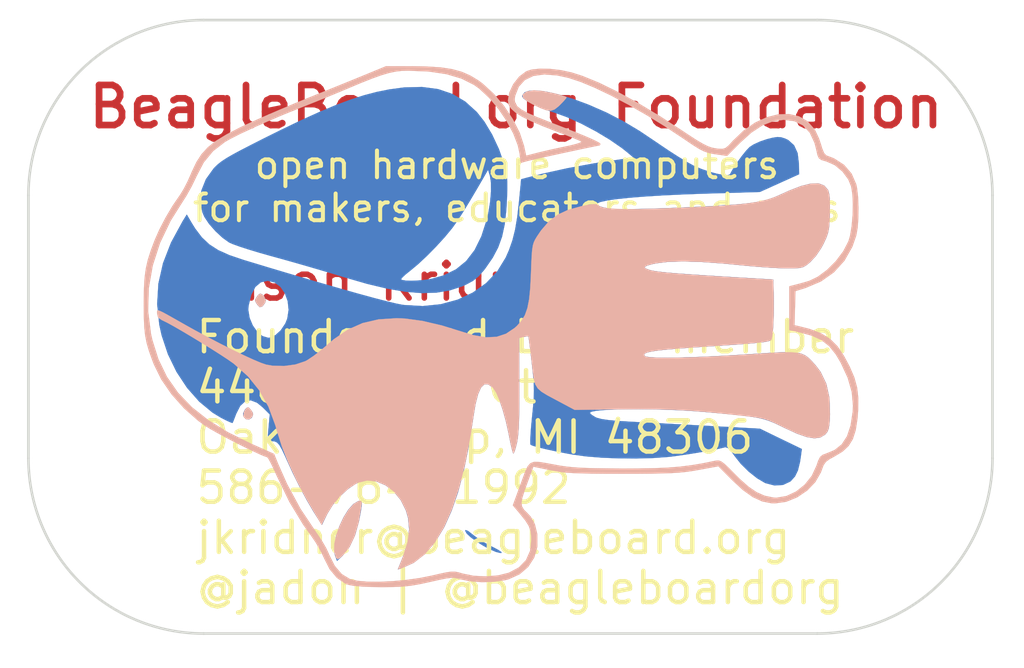
<source format=kicad_pcb>
(kicad_pcb (version 4) (host pcbnew 4.0.6)

  (general
    (links 0)
    (no_connects 0)
    (area 98.463315 86.36 177.800001 124.4854)
    (thickness 1.6)
    (drawings 428)
    (tracks 0)
    (zones 0)
    (modules 1)
    (nets 2)
  )

  (page A4)
  (title_block
    (date 2017-08-14)
  )

  (layers
    (0 Top signal)
    (1 VDD signal hide)
    (2 DigitalGND signal hide)
    (31 Bottom signal hide)
    (32 B.Adhes user hide)
    (33 F.Adhes user hide)
    (34 B.Paste user hide)
    (35 F.Paste user hide)
    (36 B.SilkS user hide)
    (37 F.SilkS user)
    (38 B.Mask user hide)
    (39 F.Mask user)
    (40 Dwgs.User user hide)
    (41 Cmts.User user hide)
    (42 Eco1.User user hide)
    (43 Eco2.User user hide)
    (44 Edge.Cuts user)
    (45 Margin user)
    (46 B.CrtYd user)
    (47 F.CrtYd user)
    (48 B.Fab user)
    (49 F.Fab user)
  )

  (setup
    (last_trace_width 0.25)
    (trace_clearance 0)
    (zone_clearance 0.1524)
    (zone_45_only no)
    (trace_min 0.1524)
    (segment_width 0.15)
    (edge_width 0.15)
    (via_size 0.8)
    (via_drill 0.4)
    (via_min_size 0.4)
    (via_min_drill 0.3)
    (uvia_size 0.3)
    (uvia_drill 0.1)
    (uvias_allowed no)
    (uvia_min_size 0.2)
    (uvia_min_drill 0.1)
    (pcb_text_width 0.3)
    (pcb_text_size 1.5 1.5)
    (mod_edge_width 0.15)
    (mod_text_size 1 1)
    (mod_text_width 0.15)
    (pad_size 1.27 1.27)
    (pad_drill 0)
    (pad_to_mask_clearance 0.0254)
    (aux_axis_origin 0 0)
    (visible_elements FFFFFF7F)
    (pcbplotparams
      (layerselection 0x0103c_ffffffff)
      (usegerberextensions false)
      (excludeedgelayer true)
      (linewidth 0.100000)
      (plotframeref false)
      (viasonmask false)
      (mode 1)
      (useauxorigin false)
      (hpglpennumber 1)
      (hpglpenspeed 20)
      (hpglpendiameter 15)
      (hpglpenoverlay 2)
      (psnegative false)
      (psa4output false)
      (plotreference true)
      (plotvalue true)
      (plotinvisibletext false)
      (padsonsilk false)
      (subtractmaskfromsilk false)
      (outputformat 1)
      (mirror false)
      (drillshape 0)
      (scaleselection 1)
      (outputdirectory plots))
  )

  (net 0 "")
  (net 1 GND)

  (net_class Default "This is the default net class."
    (clearance 0)
    (trace_width 0.25)
    (via_dia 0.8)
    (via_drill 0.4)
    (uvia_dia 0.3)
    (uvia_drill 0.1)
  )

  (module boris-board:boris (layer Bottom) (tedit 0) (tstamp 59AF2B43)
    (at 147.95 104.92 270)
    (fp_text reference G*** (at 0 0 270) (layer B.SilkS) hide
      (effects (font (thickness 0.3)) (justify mirror))
    )
    (fp_text value LOGO (at 0.75 0 270) (layer B.SilkS) hide
      (effects (font (thickness 0.3)) (justify mirror))
    )
    (fp_poly (pts (xy -0.493097 20.363911) (xy 0.084009 20.340708) (xy 0.566126 20.290395) (xy 1.007256 20.203909)
      (xy 1.461406 20.072189) (xy 1.982581 19.886171) (xy 2.2352 19.789382) (xy 3.087788 19.369297)
      (xy 3.935004 18.785046) (xy 4.734339 18.072237) (xy 5.443282 17.26648) (xy 5.74334 16.850675)
      (xy 5.914833 16.572548) (xy 6.13485 16.182971) (xy 6.385348 15.717711) (xy 6.648281 15.212537)
      (xy 6.905606 14.703217) (xy 7.139277 14.225518) (xy 7.331251 13.815208) (xy 7.463483 13.508056)
      (xy 7.517928 13.339829) (xy 7.518399 13.332122) (xy 7.606045 13.26012) (xy 7.844455 13.12883)
      (xy 8.196841 12.957156) (xy 8.610599 12.770867) (xy 10.076329 12.060583) (xy 11.371385 11.275618)
      (xy 11.954129 10.857073) (xy 12.377503 10.566484) (xy 12.845525 10.292726) (xy 13.263631 10.090664)
      (xy 13.300298 10.07603) (xy 13.923035 9.757806) (xy 14.40932 9.349845) (xy 14.732316 8.877084)
      (xy 14.810638 8.672574) (xy 14.861627 8.392117) (xy 14.901252 7.95111) (xy 14.926705 7.392022)
      (xy 14.9352 6.789184) (xy 14.928955 6.132362) (xy 14.904992 5.60549) (xy 14.855469 5.135557)
      (xy 14.772544 4.649555) (xy 14.648376 4.074473) (xy 14.639419 4.03544) (xy 14.51903 3.502329)
      (xy 14.442669 3.122051) (xy 14.406724 2.849901) (xy 14.407583 2.641174) (xy 14.441636 2.451167)
      (xy 14.496278 2.263669) (xy 14.607004 1.724684) (xy 14.652224 1.076635) (xy 14.632118 0.402751)
      (xy 14.546863 -0.213742) (xy 14.490481 -0.43957) (xy 14.207565 -1.068474) (xy 13.784287 -1.564348)
      (xy 13.246768 -1.910546) (xy 12.621126 -2.090422) (xy 11.93348 -2.087329) (xy 11.910341 -2.083963)
      (xy 11.342885 -1.944931) (xy 10.915994 -1.708766) (xy 10.719696 -1.524991) (xy 10.524725 -1.32802)
      (xy 10.343024 -1.213724) (xy 10.13127 -1.180835) (xy 9.846139 -1.228085) (xy 9.444308 -1.354208)
      (xy 9.100678 -1.47764) (xy 8.064467 -1.857199) (xy 8.265826 -2.833599) (xy 8.324273 -3.139162)
      (xy 8.370382 -3.44386) (xy 8.405549 -3.776455) (xy 8.431171 -4.16571) (xy 8.448644 -4.64039)
      (xy 8.459363 -5.229256) (xy 8.464726 -5.961072) (xy 8.466128 -6.8646) (xy 8.466106 -6.9596)
      (xy 8.464301 -7.885975) (xy 8.458585 -8.639618) (xy 8.447454 -9.250982) (xy 8.429408 -9.750523)
      (xy 8.402944 -10.168692) (xy 8.366561 -10.535944) (xy 8.318756 -10.882733) (xy 8.258027 -11.239511)
      (xy 8.2539 -11.262113) (xy 8.042771 -12.415026) (xy 8.827196 -13.192513) (xy 9.397978 -13.810473)
      (xy 9.798798 -14.373067) (xy 10.044951 -14.908414) (xy 10.151733 -15.444634) (xy 10.159007 -15.640948)
      (xy 10.066601 -16.284068) (xy 9.812441 -16.911714) (xy 9.427757 -17.479923) (xy 8.94378 -17.94473)
      (xy 8.391742 -18.262172) (xy 8.264599 -18.307758) (xy 7.980182 -18.414985) (xy 7.787198 -18.55103)
      (xy 7.624597 -18.773017) (xy 7.479866 -19.042028) (xy 7.204486 -19.499129) (xy 6.885645 -19.841301)
      (xy 6.489553 -20.085683) (xy 5.982417 -20.249415) (xy 5.330448 -20.349636) (xy 4.826 -20.388114)
      (xy 4.150659 -20.396899) (xy 3.554066 -20.330128) (xy 2.976689 -20.172203) (xy 2.358994 -19.907524)
      (xy 1.748691 -19.581804) (xy 1.200573 -19.215093) (xy 0.778059 -18.792043) (xy 0.455314 -18.273835)
      (xy 0.206508 -17.621654) (xy 0.056966 -17.039755) (xy -0.005701 -16.75671) (xy -1.953759 -16.8148)
      (xy -2.132786 -17.394154) (xy -2.501321 -18.265099) (xy -3.023383 -19.006857) (xy -3.68752 -19.608389)
      (xy -4.482279 -20.058659) (xy -5.1308 -20.283489) (xy -5.563273 -20.358609) (xy -6.123444 -20.400035)
      (xy -6.73864 -20.407857) (xy -7.336188 -20.382166) (xy -7.843414 -20.323052) (xy -8.044632 -20.279868)
      (xy -8.654572 -20.015031) (xy -9.153812 -19.586914) (xy -9.526421 -19.011982) (xy -9.689678 -18.579403)
      (xy -9.82004 -18.449923) (xy -10.106586 -18.329777) (xy -10.247513 -18.291379) (xy -10.658928 -18.154774)
      (xy -11.078785 -17.959045) (xy -11.202429 -17.886678) (xy -11.642029 -17.498763) (xy -11.925045 -17.008906)
      (xy -12.054835 -16.440503) (xy -12.034758 -15.816946) (xy -11.868171 -15.161629) (xy -11.558433 -14.497946)
      (xy -11.108902 -13.849292) (xy -10.53709 -13.251741) (xy -10.268889 -13.004276) (xy -10.122166 -12.828263)
      (xy -10.067239 -12.659359) (xy -10.074429 -12.433217) (xy -10.091254 -12.285223) (xy -10.133588 -12.055533)
      (xy -10.216778 -11.814275) (xy -10.358751 -11.526922) (xy -10.577433 -11.15895) (xy -10.890749 -10.675832)
      (xy -11.052649 -10.433593) (xy -11.92265 -9.095006) (xy -12.682714 -7.833803) (xy -13.325534 -6.663824)
      (xy -13.843807 -5.598906) (xy -14.230228 -4.652889) (xy -14.425195 -4.044105) (xy -14.558422 -3.429122)
      (xy -14.631165 -2.807024) (xy -14.642044 -2.229578) (xy -14.589681 -1.748548) (xy -14.494229 -1.453783)
      (xy -14.189615 -1.048679) (xy -13.759822 -0.711104) (xy -13.271925 -0.483292) (xy -12.831781 -0.406966)
      (xy -12.594947 -0.447452) (xy -12.368869 -0.582501) (xy -12.142803 -0.82908) (xy -11.906007 -1.204157)
      (xy -11.647736 -1.724699) (xy -11.357246 -2.407673) (xy -11.030855 -3.2512) (xy -10.849187 -3.726922)
      (xy -10.687539 -4.133497) (xy -10.561445 -4.433034) (xy -10.486439 -4.587643) (xy -10.478612 -4.598171)
      (xy -10.427554 -4.540005) (xy -10.352425 -4.320873) (xy -10.265245 -3.979779) (xy -10.212507 -3.734571)
      (xy -10.104044 -3.217835) (xy -9.984559 -2.680891) (xy -9.87574 -2.220491) (xy -9.85087 -2.121343)
      (xy -9.679024 -1.448687) (xy -10.249712 -1.323303) (xy -10.984749 -1.08301) (xy -11.755664 -0.693098)
      (xy -12.512815 -0.188276) (xy -13.206559 0.396749) (xy -13.787252 1.027268) (xy -13.974157 1.280635)
      (xy -14.256409 1.747712) (xy -14.46871 2.237457) (xy -14.619105 2.786813) (xy -14.71564 3.432724)
      (xy -14.766359 4.212135) (xy -14.779409 4.9784) (xy -14.780075 5.28814) (xy -14.528801 5.28814)
      (xy -14.479234 4.109458) (xy -14.328541 3.096879) (xy -14.073734 2.238578) (xy -13.711824 1.522725)
      (xy -13.503819 1.232047) (xy -12.98079 0.669222) (xy -12.349214 0.138617) (xy -11.655495 -0.330874)
      (xy -10.946041 -0.710358) (xy -10.267256 -0.970941) (xy -9.804643 -1.071165) (xy -9.265777 -1.138492)
      (xy -9.358421 -1.458246) (xy -9.402639 -1.635205) (xy -9.478128 -1.962586) (xy -9.576958 -2.403706)
      (xy -9.691198 -2.921886) (xy -9.812915 -3.480443) (xy -9.934179 -4.042697) (xy -10.047058 -4.571966)
      (xy -10.143622 -5.03157) (xy -10.215938 -5.384826) (xy -10.256076 -5.595055) (xy -10.2616 -5.635324)
      (xy -10.338189 -5.689164) (xy -10.349277 -5.6896) (xy -10.424301 -5.605572) (xy -10.556568 -5.350571)
      (xy -10.747955 -4.920221) (xy -11.000342 -4.310145) (xy -11.315608 -3.515966) (xy -11.623342 -2.721748)
      (xy -11.89372 -2.038284) (xy -12.118678 -1.527489) (xy -12.314391 -1.168393) (xy -12.497036 -0.940027)
      (xy -12.682788 -0.821422) (xy -12.887824 -0.791606) (xy -13.089927 -0.820541) (xy -13.613017 -1.026372)
      (xy -13.992151 -1.37337) (xy -14.226203 -1.858169) (xy -14.314048 -2.477406) (xy -14.254559 -3.227713)
      (xy -14.112084 -3.876264) (xy -13.884747 -4.563932) (xy -13.544165 -5.380148) (xy -13.105634 -6.296082)
      (xy -12.584448 -7.282904) (xy -11.995903 -8.311784) (xy -11.355293 -9.353892) (xy -10.677914 -10.380399)
      (xy -10.605833 -10.485299) (xy -10.287694 -10.954833) (xy -10.068165 -11.307524) (xy -9.924915 -11.589822)
      (xy -9.835613 -11.848173) (xy -9.777926 -12.129024) (xy -9.760855 -12.242764) (xy -9.665948 -12.912928)
      (xy -10.404322 -13.644664) (xy -10.998543 -14.304388) (xy -11.408907 -14.930555) (xy -11.647031 -15.545106)
      (xy -11.724288 -16.13785) (xy -11.647997 -16.746525) (xy -11.402048 -17.243948) (xy -10.987758 -17.628677)
      (xy -10.406443 -17.899269) (xy -10.028289 -17.996474) (xy -9.707949 -18.067899) (xy -9.528172 -18.151045)
      (xy -9.430051 -18.29639) (xy -9.354681 -18.554411) (xy -9.348477 -18.579023) (xy -9.135251 -19.05607)
      (xy -8.774406 -19.489869) (xy -8.32121 -19.825922) (xy -7.916432 -19.991087) (xy -7.464873 -20.060969)
      (xy -6.892539 -20.086244) (xy -6.266418 -20.070283) (xy -5.653496 -20.016455) (xy -5.120763 -19.92813)
      (xy -4.79516 -19.834057) (xy -4.224479 -19.53757) (xy -3.66591 -19.116038) (xy -3.16581 -18.615523)
      (xy -2.770534 -18.082086) (xy -2.534737 -17.588011) (xy -2.453436 -17.316744) (xy -2.359706 -16.975166)
      (xy -2.337852 -16.891) (xy -2.227368 -16.4592) (xy 0.272464 -16.4592) (xy 0.400168 -17.0434)
      (xy 0.592396 -17.746511) (xy 0.844146 -18.294929) (xy 1.190102 -18.735635) (xy 1.664949 -19.115612)
      (xy 2.135259 -19.3937) (xy 3.000309 -19.793547) (xy 3.80516 -20.023903) (xy 4.586693 -20.093789)
      (xy 4.927162 -20.076531) (xy 5.711458 -19.958105) (xy 6.324814 -19.754649) (xy 6.785746 -19.454593)
      (xy 7.112774 -19.046364) (xy 7.303616 -18.591397) (xy 7.388262 -18.362394) (xy 7.508705 -18.216979)
      (xy 7.722292 -18.107786) (xy 8.003786 -18.013112) (xy 8.583253 -17.744299) (xy 9.083657 -17.344641)
      (xy 9.477237 -16.851969) (xy 9.736232 -16.304117) (xy 9.832881 -15.738918) (xy 9.822177 -15.53499)
      (xy 9.722192 -15.059387) (xy 9.525494 -14.606578) (xy 9.20958 -14.139801) (xy 8.751947 -13.622294)
      (xy 8.491047 -13.3604) (xy 8.133257 -13.00758) (xy 7.899383 -12.760458) (xy 7.766779 -12.583985)
      (xy 7.712799 -12.443113) (xy 7.714795 -12.302793) (xy 7.736094 -12.192) (xy 7.875629 -11.504907)
      (xy 7.983639 -10.856937) (xy 8.063506 -10.206883) (xy 8.118612 -9.513539) (xy 8.152339 -8.735698)
      (xy 8.16807 -7.832155) (xy 8.169738 -6.9088) (xy 8.163991 -6.005773) (xy 8.151892 -5.272823)
      (xy 8.13169 -4.676879) (xy 8.101634 -4.18487) (xy 8.059972 -3.763724) (xy 8.004953 -3.380371)
      (xy 7.973346 -3.2004) (xy 7.862522 -2.612389) (xy 7.795205 -2.18883) (xy 7.79039 -1.892458)
      (xy 7.867075 -1.686008) (xy 8.044257 -1.532216) (xy 8.340932 -1.393817) (xy 8.776097 -1.233547)
      (xy 9.021319 -1.144671) (xy 10.270238 -0.686675) (xy 10.748519 -1.088941) (xy 11.135614 -1.398786)
      (xy 11.440585 -1.591943) (xy 11.724695 -1.695705) (xy 12.04921 -1.737362) (xy 12.216758 -1.742983)
      (xy 12.863573 -1.673534) (xy 13.392448 -1.438811) (xy 13.807121 -1.036268) (xy 14.111329 -0.463361)
      (xy 14.116677 -0.449172) (xy 14.265852 0.146697) (xy 14.324188 0.839567) (xy 14.290323 1.544001)
      (xy 14.162896 2.174562) (xy 14.158684 2.188058) (xy 14.090428 2.418496) (xy 14.054172 2.613847)
      (xy 14.053148 2.821769) (xy 14.09059 3.089921) (xy 14.169733 3.465961) (xy 14.276494 3.924188)
      (xy 14.418957 4.63867) (xy 14.526835 5.405571) (xy 14.598346 6.183568) (xy 14.631709 6.931341)
      (xy 14.625145 7.60757) (xy 14.576874 8.170932) (xy 14.485113 8.580108) (xy 14.477957 8.599453)
      (xy 14.190065 9.072373) (xy 13.720271 9.473536) (xy 13.080158 9.793272) (xy 13.022493 9.814841)
      (xy 12.711583 9.960232) (xy 12.317272 10.188287) (xy 11.914868 10.454773) (xy 11.8364 10.511467)
      (xy 10.475262 11.42218) (xy 9.045178 12.195266) (xy 7.909235 12.698489) (xy 7.33487 12.932439)
      (xy 6.762462 14.219057) (xy 6.110989 15.54273) (xy 5.414102 16.676734) (xy 4.660075 17.631788)
      (xy 3.837181 18.418613) (xy 2.933694 19.047927) (xy 1.937887 19.53045) (xy 0.838035 19.876902)
      (xy 0.486883 19.955732) (xy -0.801268 20.118181) (xy -2.105913 20.083558) (xy -3.411576 19.855457)
      (xy -4.702782 19.437474) (xy -5.964052 18.833206) (xy -6.915824 18.235766) (xy -7.386562 17.935749)
      (xy -7.924206 17.635377) (xy -8.423451 17.392925) (xy -8.490624 17.364278) (xy -9.290911 16.945947)
      (xy -9.937859 16.411615) (xy -10.460175 15.735555) (xy -10.622648 15.453607) (xy -10.928371 14.849577)
      (xy -11.279828 14.100779) (xy -11.656113 13.254407) (xy -12.03632 12.357656) (xy -12.399544 11.457718)
      (xy -12.450723 11.326777) (xy -12.685527 10.733596) (xy -12.96476 10.043877) (xy -13.251778 9.347406)
      (xy -13.486726 8.7884) (xy -13.820694 7.991813) (xy -14.07711 7.346879) (xy -14.265484 6.821651)
      (xy -14.395328 6.384181) (xy -14.476153 6.002519) (xy -14.517472 5.644718) (xy -14.528801 5.28814)
      (xy -14.780075 5.28814) (xy -14.7828 6.5532) (xy -14.363228 7.5692) (xy -14.205114 7.954523)
      (xy -13.98776 8.487724) (xy -13.72767 9.128127) (xy -13.441349 9.835056) (xy -13.145302 10.567835)
      (xy -12.961569 11.0236) (xy -12.649131 11.786549) (xy -12.315192 12.579823) (xy -11.980938 13.354614)
      (xy -11.667558 14.062116) (xy -11.396238 14.65352) (xy -11.282968 14.890442) (xy -10.892144 15.648681)
      (xy -10.528774 16.243979) (xy -10.162625 16.708234) (xy -9.76346 17.073344) (xy -9.301045 17.371205)
      (xy -8.745145 17.633716) (xy -8.642974 17.675589) (xy -8.199969 17.872702) (xy -7.771719 18.094403)
      (xy -7.438565 18.298496) (xy -7.390667 18.333299) (xy -6.825075 18.721007) (xy -6.151937 19.119888)
      (xy -5.457954 19.481462) (xy -4.8768 19.739013) (xy -4.268153 19.968004) (xy -3.744124 20.13468)
      (xy -3.249454 20.24856) (xy -2.728881 20.319163) (xy -2.127145 20.356009) (xy -1.388985 20.368616)
      (xy -1.2192 20.369067) (xy -0.493097 20.363911)) (layer B.SilkS) (width 0.01))
    (fp_poly (pts (xy 5.225039 14.669966) (xy 5.360913 14.531755) (xy 5.366296 14.338685) (xy 5.241385 14.191498)
      (xy 5.22409 14.184071) (xy 5.087321 14.135004) (xy 4.995075 14.150233) (xy 4.8514 14.232139)
      (xy 4.704942 14.357863) (xy 4.6736 14.428674) (xy 4.759553 14.558054) (xy 4.955315 14.656589)
      (xy 5.167734 14.683519) (xy 5.225039 14.669966)) (layer B.SilkS) (width 0.01))
    (fp_poly (pts (xy -1.300114 13.967272) (xy -1.166254 13.879395) (xy -1.036739 13.748891) (xy -1.074028 13.618587)
      (xy -1.108476 13.574595) (xy -1.301432 13.438474) (xy -1.4224 13.4112) (xy -1.631781 13.484492)
      (xy -1.736325 13.574595) (xy -1.813741 13.71893) (xy -1.728602 13.841051) (xy -1.678547 13.879395)
      (xy -1.503558 13.989977) (xy -1.4224 14.0208) (xy -1.300114 13.967272)) (layer B.SilkS) (width 0.01))
    (fp_poly (pts (xy 12.985863 9.485867) (xy 13.258828 9.40514) (xy 13.345814 9.310181) (xy 13.26172 9.156159)
      (xy 13.14013 9.021782) (xy 12.667828 8.640839) (xy 12.042595 8.338329) (xy 11.25021 8.10869)
      (xy 10.44616 7.968194) (xy 10.161169 7.936242) (xy 10.030668 7.953656) (xy 10.008617 8.036946)
      (xy 10.026524 8.118683) (xy 10.189386 8.39656) (xy 10.508363 8.68252) (xy 10.938435 8.955763)
      (xy 11.43458 9.19549) (xy 11.951777 9.380901) (xy 12.445005 9.491197) (xy 12.869242 9.505579)
      (xy 12.985863 9.485867)) (layer B.SilkS) (width 0.01))
    (fp_poly (pts (xy -12.991959 -1.264693) (xy -12.799942 -1.475878) (xy -12.614487 -1.8034) (xy -12.391371 -2.270585)
      (xy -12.267913 -2.606781) (xy -12.242611 -2.857228) (xy -12.313959 -3.067163) (xy -12.480454 -3.281826)
      (xy -12.562464 -3.368021) (xy -12.785969 -3.585996) (xy -12.952029 -3.728005) (xy -13.006843 -3.7592)
      (xy -13.058154 -3.668009) (xy -13.136629 -3.426995) (xy -13.22671 -3.084989) (xy -13.241526 -3.0226)
      (xy -13.368413 -2.374811) (xy -13.405926 -1.885758) (xy -13.354999 -1.532149) (xy -13.306026 -1.41572)
      (xy -13.158348 -1.245933) (xy -12.991959 -1.264693)) (layer B.SilkS) (width 0.01))
    (fp_poly (pts (xy -0.665339 19.608801) (xy -0.453443 19.55138) (xy -0.30152 19.347974) (xy -0.270431 19.278601)
      (xy -0.145093 19.024311) (xy 0.06886 18.636322) (xy 0.349163 18.151214) (xy 0.673553 17.605571)
      (xy 1.019764 17.035974) (xy 1.365533 16.479007) (xy 1.688595 15.97125) (xy 1.966686 15.549286)
      (xy 2.177542 15.249698) (xy 2.197958 15.222812) (xy 2.912943 14.421734) (xy 3.71843 13.772518)
      (xy 4.641556 13.257833) (xy 5.709458 12.86035) (xy 6.0452 12.765822) (xy 6.883784 12.500925)
      (xy 7.824813 12.128513) (xy 8.815447 11.672135) (xy 9.802848 11.155343) (xy 10.297033 10.870818)
      (xy 11.39077 10.219295) (xy 10.736487 9.889447) (xy 10.225852 9.569037) (xy 9.731851 9.148745)
      (xy 9.309411 8.682805) (xy 9.01346 8.225447) (xy 8.981504 8.156664) (xy 8.853705 7.627448)
      (xy 8.907455 7.090732) (xy 9.12404 6.573446) (xy 9.484746 6.102516) (xy 9.970859 5.70487)
      (xy 10.563665 5.407436) (xy 10.97719 5.285027) (xy 11.632847 5.222724) (xy 12.360944 5.317748)
      (xy 13.183464 5.5733) (xy 13.315842 5.625473) (xy 13.926307 5.872051) (xy 13.858917 5.653826)
      (xy 13.547994 4.963384) (xy 13.058461 4.331815) (xy 12.387894 3.75797) (xy 11.533871 3.240697)
      (xy 10.493971 2.778846) (xy 9.265771 2.371267) (xy 7.846849 2.016808) (xy 6.234782 1.714319)
      (xy 5.2595 1.56894) (xy 4.493826 1.442204) (xy 3.92611 1.29713) (xy 3.55168 1.130548)
      (xy 3.36586 0.939291) (xy 3.363976 0.720188) (xy 3.541355 0.470073) (xy 3.5814 0.431304)
      (xy 3.848023 0.25905) (xy 4.278356 0.07257) (xy 4.834669 -0.115664) (xy 5.479231 -0.293179)
      (xy 6.174315 -0.447504) (xy 6.328129 -0.476711) (xy 6.745285 -0.55942) (xy 7.075201 -0.636202)
      (xy 7.275156 -0.696454) (xy 7.3152 -0.721657) (xy 7.224373 -0.77437) (xy 6.987116 -0.849876)
      (xy 6.6802 -0.925917) (xy 6.383338 -0.975016) (xy 5.979551 -1.011729) (xy 5.447631 -1.036881)
      (xy 4.766367 -1.0513) (xy 3.914553 -1.055814) (xy 3.385933 -1.054471) (xy 0.726667 -1.042142)
      (xy 0.663188 -1.295059) (xy 0.62591 -1.493938) (xy 0.630055 -1.575058) (xy 0.736389 -1.595602)
      (xy 1.007612 -1.63346) (xy 1.406621 -1.683828) (xy 1.896313 -1.741898) (xy 2.079801 -1.762874)
      (xy 2.655595 -1.827139) (xy 3.073233 -1.887311) (xy 3.374136 -1.971617) (xy 3.599724 -2.108285)
      (xy 3.791417 -2.325543) (xy 3.990636 -2.651619) (xy 4.238801 -3.11474) (xy 4.338253 -3.302)
      (xy 4.826 -4.2164) (xy 4.790742 -6.86239) (xy 4.782727 -7.938496) (xy 4.791163 -8.904828)
      (xy 4.818839 -9.815266) (xy 4.868547 -10.723691) (xy 4.943077 -11.68398) (xy 5.045221 -12.750014)
      (xy 5.143054 -13.664249) (xy 5.208691 -14.236078) (xy 5.269721 -14.663145) (xy 5.34229 -15.002826)
      (xy 5.442547 -15.312495) (xy 5.586637 -15.649529) (xy 5.790709 -16.071302) (xy 5.859364 -16.209518)
      (xy 6.177346 -16.900357) (xy 6.370718 -17.453927) (xy 6.442635 -17.890968) (xy 6.396249 -18.23222)
      (xy 6.234713 -18.498423) (xy 6.211076 -18.522989) (xy 6.071675 -18.633795) (xy 5.888652 -18.705368)
      (xy 5.612435 -18.748982) (xy 5.193451 -18.775909) (xy 5.077912 -18.780685) (xy 4.142277 -18.748489)
      (xy 3.3399 -18.571081) (xy 2.658284 -18.244831) (xy 2.299116 -17.973519) (xy 2.05199 -17.753082)
      (xy 1.859573 -17.559513) (xy 1.716836 -17.365177) (xy 1.618751 -17.14244) (xy 1.560288 -16.863667)
      (xy 1.53642 -16.501223) (xy 1.542116 -16.027473) (xy 1.572349 -15.414784) (xy 1.62209 -14.63552)
      (xy 1.640714 -14.35537) (xy 1.712116 -13.20802) (xy 1.769061 -12.138533) (xy 1.811221 -11.163434)
      (xy 1.838269 -10.299254) (xy 1.849878 -9.562517) (xy 1.845721 -8.969753) (xy 1.825472 -8.537489)
      (xy 1.788803 -8.282251) (xy 1.762012 -8.223802) (xy 1.682557 -8.175394) (xy 1.612437 -8.210111)
      (xy 1.549342 -8.343125) (xy 1.490965 -8.589609) (xy 1.434999 -8.964737) (xy 1.379135 -9.48368)
      (xy 1.321067 -10.161611) (xy 1.258487 -11.013704) (xy 1.196326 -11.943153) (xy 1.133559 -12.890507)
      (xy 1.079489 -13.65395) (xy 1.03206 -14.252486) (xy 0.989214 -14.705119) (xy 0.948891 -15.030853)
      (xy 0.909035 -15.248693) (xy 0.867588 -15.377641) (xy 0.822491 -15.436703) (xy 0.8177 -15.439498)
      (xy 0.624525 -15.487503) (xy 0.266684 -15.526683) (xy -0.21741 -15.555174) (xy -0.789341 -15.571109)
      (xy -1.410694 -15.572624) (xy -1.786732 -15.565952) (xy -2.608263 -15.5448) (xy -2.734829 -13.4366)
      (xy -2.804545 -12.296309) (xy -2.865918 -11.34168) (xy -2.920416 -10.555411) (xy -2.969506 -9.9202)
      (xy -3.014655 -9.418747) (xy -3.057333 -9.033749) (xy -3.099006 -8.747906) (xy -3.141142 -8.543915)
      (xy -3.153883 -8.496818) (xy -3.24272 -8.259065) (xy -3.32503 -8.202125) (xy -3.407125 -8.33226)
      (xy -3.49532 -8.655737) (xy -3.54168 -8.881544) (xy -3.624613 -9.553606) (xy -3.649882 -10.41228)
      (xy -3.61744 -11.459874) (xy -3.527245 -12.698693) (xy -3.4531 -13.461458) (xy -3.387015 -14.144167)
      (xy -3.330003 -14.830556) (xy -3.28589 -15.4666) (xy -3.258501 -15.998273) (xy -3.2512 -16.31337)
      (xy -3.25434 -16.753269) (xy -3.27399 -17.047221) (xy -3.325497 -17.252478) (xy -3.424208 -17.426289)
      (xy -3.585469 -17.625905) (xy -3.611065 -17.655845) (xy -3.954462 -17.973835) (xy -4.410353 -18.28165)
      (xy -4.648544 -18.409854) (xy -4.979502 -18.564007) (xy -5.261389 -18.664186) (xy -5.55896 -18.723877)
      (xy -5.936972 -18.756569) (xy -6.39688 -18.773978) (xy -7.007661 -18.777729) (xy -7.435104 -18.747702)
      (xy -7.696464 -18.682566) (xy -7.718168 -18.671967) (xy -7.970423 -18.456258) (xy -8.093573 -18.136614)
      (xy -8.086708 -17.701982) (xy -7.948914 -17.141308) (xy -7.679281 -16.443542) (xy -7.502366 -16.055843)
      (xy -7.354235 -15.720843) (xy -7.228595 -15.37692) (xy -7.122559 -15.002026) (xy -7.033238 -14.574114)
      (xy -6.957742 -14.071139) (xy -6.893185 -13.471052) (xy -6.836676 -12.751808) (xy -6.785328 -11.891359)
      (xy -6.736251 -10.86766) (xy -6.696129 -9.902338) (xy -6.657016 -8.811523) (xy -6.634353 -7.907747)
      (xy -6.628695 -7.175471) (xy -6.640595 -6.599155) (xy -6.670606 -6.163262) (xy -6.719282 -5.852253)
      (xy -6.787175 -5.650589) (xy -6.850691 -5.562076) (xy -6.907827 -5.463409) (xy -6.917687 -5.28945)
      (xy -6.877866 -4.999149) (xy -6.793498 -4.585847) (xy -6.585934 -3.835961) (xy -6.308832 -3.236974)
      (xy -5.928779 -2.739819) (xy -5.412364 -2.295433) (xy -5.08 -2.069655) (xy -4.902635 -1.961417)
      (xy -4.737472 -1.882532) (xy -4.547347 -1.826926) (xy -4.295098 -1.788528) (xy -3.943561 -1.761265)
      (xy -3.455571 -1.739064) (xy -2.9464 -1.721018) (xy -2.132632 -1.681038) (xy -1.488981 -1.616426)
      (xy -0.982911 -1.517413) (xy -0.581884 -1.374229) (xy -0.253362 -1.177104) (xy 0.035192 -0.916269)
      (xy 0.146255 -0.792441) (xy 0.478229 -0.299848) (xy 0.656508 0.238471) (xy 0.68343 0.848904)
      (xy 0.561331 1.557839) (xy 0.401398 2.089142) (xy 0.009134 3.355468) (xy -0.252998 4.47567)
      (xy -0.386767 5.458197) (xy -0.406269 5.947654) (xy -0.339237 6.975818) (xy -0.127328 7.888041)
      (xy 0.245201 8.725276) (xy 0.794097 9.528475) (xy 1.114109 9.902157) (xy 1.443664 10.287824)
      (xy 1.745037 10.680846) (xy 1.972781 11.02024) (xy 2.0453 11.151716) (xy 2.231518 11.706955)
      (xy 2.32079 12.357057) (xy 2.305471 13.014362) (xy 2.24023 13.386515) (xy 2.140958 13.677414)
      (xy 1.956608 14.115165) (xy 1.701983 14.669662) (xy 1.391885 15.3108) (xy 1.041116 16.008471)
      (xy 0.664477 16.73257) (xy 0.276772 17.452991) (xy -0.029901 18.003777) (xy -0.354085 18.575361)
      (xy -0.589362 18.993086) (xy -0.745209 19.280887) (xy -0.831104 19.462701) (xy -0.856521 19.562463)
      (xy -0.830939 19.60411) (xy -0.763832 19.611577) (xy -0.665339 19.608801)) (layer B.SilkS) (width 0.01))
    (fp_poly (pts (xy 0.175141 19.464399) (xy 0.624643 19.347716) (xy 1.152717 19.174737) (xy 1.707923 18.963046)
      (xy 2.23882 18.730226) (xy 2.484654 18.608494) (xy 3.247129 18.139391) (xy 3.970689 17.558321)
      (xy 4.608275 16.909885) (xy 5.11283 16.238683) (xy 5.269172 15.969441) (xy 5.430085 15.652194)
      (xy 5.538729 15.414731) (xy 5.573787 15.304001) (xy 5.572373 15.301668) (xy 5.464942 15.254664)
      (xy 5.229082 15.162711) (xy 5.054429 15.097159) (xy 4.599205 14.866324) (xy 4.340085 14.587151)
      (xy 4.278437 14.265085) (xy 4.415629 13.905569) (xy 4.675489 13.588605) (xy 5.083779 13.180315)
      (xy 5.843889 13.249195) (xy 6.604 13.318074) (xy 6.604 13.009037) (xy 6.594013 12.834546)
      (xy 6.537947 12.741904) (xy 6.396638 12.723913) (xy 6.130924 12.773372) (xy 5.7912 12.859613)
      (xy 5.431815 12.975858) (xy 4.977694 13.153585) (xy 4.513614 13.359061) (xy 4.406256 13.410674)
      (xy 3.858235 13.720022) (xy 3.342021 14.103263) (xy 2.838783 14.581404) (xy 2.329692 15.175455)
      (xy 1.795917 15.906425) (xy 1.218627 16.795323) (xy 0.892666 17.330822) (xy 0.492564 18.00147)
      (xy 0.187815 18.518133) (xy -0.031127 18.900851) (xy -0.173814 19.169664) (xy -0.249794 19.344615)
      (xy -0.268616 19.445743) (xy -0.23983 19.493091) (xy -0.172984 19.506698) (xy -0.144351 19.5072)
      (xy 0.175141 19.464399)) (layer B.Mask) (width 0.01))
    (fp_poly (pts (xy -6.714445 17.099438) (xy -6.136667 16.868528) (xy -5.548026 16.446567) (xy -5.416804 16.329427)
      (xy -5.167017 16.083004) (xy -4.956748 15.829194) (xy -4.772931 15.538773) (xy -4.602505 15.182516)
      (xy -4.432407 14.731199) (xy -4.249573 14.155598) (xy -4.040941 13.426488) (xy -3.917342 12.974852)
      (xy -3.696419 12.175298) (xy -3.441915 11.279626) (xy -3.176148 10.364818) (xy -2.921434 9.507852)
      (xy -2.740037 8.913788) (xy -2.347699 7.548996) (xy -2.067967 6.335791) (xy -1.899982 5.257191)
      (xy -1.842886 4.296212) (xy -1.895821 3.43587) (xy -2.05793 2.659182) (xy -2.328353 1.949164)
      (xy -2.382591 1.838687) (xy -2.631076 1.480239) (xy -3.013582 1.08398) (xy -3.478796 0.695422)
      (xy -3.975407 0.360075) (xy -4.17438 0.24946) (xy -4.735021 0.0266) (xy -5.455925 -0.153487)
      (xy -6.297163 -0.282853) (xy -7.20041 -0.352788) (xy -7.76171 -0.372331) (xy -8.179139 -0.37223)
      (xy -8.511526 -0.347067) (xy -8.817702 -0.291424) (xy -9.156497 -0.199883) (xy -9.286004 -0.160714)
      (xy -10.437833 0.267134) (xy -11.410057 0.789219) (xy -12.203741 1.406781) (xy -12.819949 2.121058)
      (xy -13.259746 2.933291) (xy -13.524198 3.844719) (xy -13.614367 4.856581) (xy -13.6144 4.877359)
      (xy -13.577828 5.626592) (xy -13.464387 6.423725) (xy -13.268489 7.285227) (xy -12.984547 8.227568)
      (xy -12.606973 9.26722) (xy -12.13018 10.420651) (xy -11.54858 11.704333) (xy -10.856585 13.134735)
      (xy -10.720257 13.40829) (xy -10.267379 14.29814) (xy -9.879056 15.02122) (xy -9.539831 15.597545)
      (xy -9.234245 16.04713) (xy -8.946841 16.389987) (xy -8.66216 16.646133) (xy -8.364745 16.83558)
      (xy -8.039138 16.978344) (xy -7.934918 17.01464) (xy -7.305736 17.145931) (xy -6.714445 17.099438)) (layer B.Mask) (width 0.01))
    (fp_poly (pts (xy 13.092878 2.593371) (xy 13.276988 2.370416) (xy 13.381039 2.222236) (xy 13.593412 1.759839)
      (xy 13.668971 1.258646) (xy 13.623665 0.750684) (xy 13.47344 0.267984) (xy 13.234247 -0.157426)
      (xy 12.922033 -0.493516) (xy 12.552748 -0.708256) (xy 12.142338 -0.769619) (xy 11.91179 -0.728466)
      (xy 11.650272 -0.593375) (xy 11.326897 -0.343875) (xy 10.97818 -0.019207) (xy 10.640632 0.34139)
      (xy 10.350767 0.698672) (xy 10.145099 1.013401) (xy 10.060142 1.246333) (xy 10.059665 1.262019)
      (xy 10.148578 1.346549) (xy 10.383966 1.475055) (xy 10.720693 1.623867) (xy 10.837988 1.670187)
      (xy 11.615045 1.968774) (xy 11.908919 1.619387) (xy 12.099638 1.353828) (xy 12.328233 0.979773)
      (xy 12.548304 0.573626) (xy 12.568446 0.5334) (xy 12.771411 0.149408) (xy 12.928144 -0.099074)
      (xy 13.027391 -0.200415) (xy 13.057896 -0.142984) (xy 13.010933 0.0762) (xy 12.762031 0.735116)
      (xy 12.398377 1.343148) (xy 12.209612 1.593359) (xy 11.79169 2.119918) (xy 12.308465 2.437894)
      (xy 12.606759 2.600154) (xy 12.849505 2.694378) (xy 12.961059 2.70375) (xy 13.092878 2.593371)) (layer B.Mask) (width 0.01))
    (fp_poly (pts (xy 0.082969 17.7546) (xy 0.442987 17.0965) (xy 0.814281 16.402554) (xy 1.168382 15.727023)
      (xy 1.476825 15.124167) (xy 1.695397 14.6812) (xy 1.931967 14.18327) (xy 2.094137 13.817033)
      (xy 2.195936 13.531234) (xy 2.251394 13.274618) (xy 2.27454 12.995929) (xy 2.279406 12.643911)
      (xy 2.279414 12.5476) (xy 2.253698 11.982444) (xy 2.162744 11.503286) (xy 1.984967 11.06216)
      (xy 1.698781 10.611101) (xy 1.2826 10.102142) (xy 1.07538 9.872133) (xy 0.435618 9.073844)
      (xy -0.017541 8.26205) (xy -0.299181 7.398507) (xy -0.424388 6.444969) (xy -0.434082 6.0452)
      (xy -0.422162 5.524941) (xy -0.381907 5.042588) (xy -0.304458 4.553814) (xy -0.180957 4.014292)
      (xy -0.002545 3.379698) (xy 0.239636 2.605703) (xy 0.275329 2.495417) (xy 0.490072 1.795542)
      (xy 0.625096 1.240321) (xy 0.681962 0.788172) (xy 0.66223 0.397513) (xy 0.567459 0.026762)
      (xy 0.399211 -0.365665) (xy 0.383834 -0.396808) (xy 0.095992 -0.826656) (xy -0.303707 -1.165332)
      (xy -0.831643 -1.418693) (xy -1.504197 -1.592595) (xy -2.337752 -1.692896) (xy -3.332281 -1.725435)
      (xy -3.85642 -1.727834) (xy -4.225113 -1.739415) (xy -4.486111 -1.769371) (xy -4.687169 -1.826898)
      (xy -4.87604 -1.921189) (xy -5.100475 -2.061437) (xy -5.110281 -2.067755) (xy -5.604268 -2.41753)
      (xy -5.992011 -2.7773) (xy -6.294971 -3.184159) (xy -6.534606 -3.6752) (xy -6.732376 -4.287516)
      (xy -6.90974 -5.058202) (xy -6.945806 -5.240555) (xy -7.066628 -5.891443) (xy -7.166922 -6.502432)
      (xy -7.249587 -7.106237) (xy -7.317523 -7.735574) (xy -7.37363 -8.423158) (xy -7.420806 -9.201706)
      (xy -7.461953 -10.103933) (xy -7.49997 -11.162555) (xy -7.516098 -11.674709) (xy -7.61091 -14.7828)
      (xy -8.613478 -17.018) (xy -9.056539 -17.041325) (xy -9.441924 -17.022341) (xy -9.822273 -16.945595)
      (xy -9.881563 -16.925967) (xy -10.255974 -16.761705) (xy -10.487559 -16.56911) (xy -10.634725 -16.291648)
      (xy -10.680543 -16.1526) (xy -10.733577 -15.909685) (xy -10.729752 -15.663797) (xy -10.66265 -15.344946)
      (xy -10.580329 -15.059705) (xy -10.380939 -14.549949) (xy -10.104082 -14.133967) (xy -9.711441 -13.768759)
      (xy -9.164699 -13.411322) (xy -9.056962 -13.350077) (xy -8.530731 -13.0556) (xy -8.596072 -12.5984)
      (xy -8.677819 -12.14418) (xy -8.797236 -11.712976) (xy -8.969714 -11.273673) (xy -9.210644 -10.79516)
      (xy -9.53542 -10.246321) (xy -9.959432 -9.596044) (xy -10.396742 -8.958439) (xy -11.215368 -7.712025)
      (xy -11.890237 -6.524455) (xy -12.448966 -5.345389) (xy -12.655832 -4.840122) (xy -13.048025 -3.838244)
      (xy -12.672305 -3.493922) (xy -12.439076 -3.295276) (xy -12.261329 -3.170871) (xy -12.207296 -3.1496)
      (xy -12.123811 -3.236351) (xy -12.008211 -3.458176) (xy -11.936847 -3.6322) (xy -11.609108 -4.397609)
      (xy -11.18873 -5.218469) (xy -10.714434 -6.027649) (xy -10.224941 -6.758015) (xy -9.87121 -7.2136)
      (xy -9.571298 -7.5692) (xy -9.502087 -7.0612) (xy -9.251645 -5.385947) (xy -8.975478 -3.86218)
      (xy -8.663697 -2.438803) (xy -8.425338 -1.4986) (xy -8.351803 -1.267688) (xy -8.250407 -1.155833)
      (xy -8.055118 -1.119494) (xy -7.844684 -1.115738) (xy -7.349147 -1.089065) (xy -6.729984 -1.0198)
      (xy -6.059478 -0.9193) (xy -5.409914 -0.798919) (xy -4.853573 -0.670013) (xy -4.666272 -0.616426)
      (xy -3.806652 -0.25774) (xy -3.028351 0.24802) (xy -2.367288 0.871656) (xy -1.859383 1.583972)
      (xy -1.783022 1.7272) (xy -1.35634 2.789145) (xy -1.129322 3.887639) (xy -1.1028 5.017322)
      (xy -1.173774 5.648727) (xy -1.237999 5.965226) (xy -1.353013 6.44179) (xy -1.511633 7.053889)
      (xy -1.706676 7.776992) (xy -1.930959 8.58657) (xy -2.177301 9.458091) (xy -2.438517 10.367026)
      (xy -2.707425 11.288844) (xy -2.976843 12.199014) (xy -3.239586 13.073008) (xy -3.319732 13.3349)
      (xy -2.52416 13.3349) (xy -2.446899 12.951617) (xy -2.226739 12.616898) (xy -1.893685 12.349578)
      (xy -1.477743 12.168492) (xy -1.008916 12.092473) (xy -0.51721 12.140356) (xy -0.107157 12.290766)
      (xy 0.283946 12.552515) (xy 0.567499 12.866133) (xy 0.704431 13.185125) (xy 0.7112 13.264707)
      (xy 0.621238 13.561813) (xy 0.381577 13.868198) (xy 0.037553 14.136121) (xy -0.252627 14.279676)
      (xy -0.705423 14.380899) (xy -1.196817 14.375947) (xy -1.672949 14.277983) (xy -2.07996 14.10017)
      (xy -2.363992 13.855668) (xy -2.428519 13.747914) (xy -2.52416 13.3349) (xy -3.319732 13.3349)
      (xy -3.488474 13.886293) (xy -3.716322 14.61434) (xy -3.915948 15.232619) (xy -4.080169 15.716599)
      (xy -4.201803 16.041749) (xy -4.245606 16.139462) (xy -4.457064 16.445049) (xy -4.788037 16.805226)
      (xy -5.184078 17.169568) (xy -5.590743 17.487649) (xy -5.924861 17.694757) (xy -6.336485 17.904751)
      (xy -5.936843 18.151521) (xy -4.97942 18.680021) (xy -4.002396 19.102884) (xy -3.046739 19.406266)
      (xy -2.153417 19.57632) (xy -1.624655 19.6088) (xy -0.945013 19.6088) (xy 0.082969 17.7546)) (layer B.Mask) (width 0.01))
    (fp_poly (pts (xy 6.800643 -1.699709) (xy 6.818774 -1.706035) (xy 6.87926 -1.850509) (xy 6.966797 -2.162118)
      (xy 7.073716 -2.607783) (xy 7.192347 -3.154427) (xy 7.315022 -3.768972) (xy 7.389025 -4.1656)
      (xy 7.499433 -4.993553) (xy 7.564093 -5.970149) (xy 7.584693 -7.046448) (xy 7.562923 -8.173506)
      (xy 7.500473 -9.302384) (xy 7.39903 -10.384138) (xy 7.260284 -11.369827) (xy 7.115518 -12.0904)
      (xy 7.016162 -12.508064) (xy 6.9703 -12.778916) (xy 6.99262 -12.9556) (xy 7.097811 -13.090764)
      (xy 7.300561 -13.237055) (xy 7.465789 -13.345851) (xy 7.909952 -13.698461) (xy 8.348335 -14.145022)
      (xy 8.726007 -14.622627) (xy 8.988034 -15.068374) (xy 9.006167 -15.109736) (xy 9.138005 -15.622404)
      (xy 9.105612 -16.106551) (xy 8.913038 -16.513486) (xy 8.886675 -16.546222) (xy 8.625016 -16.784211)
      (xy 8.278667 -16.952367) (xy 7.800082 -17.070393) (xy 7.516365 -17.114096) (xy 7.057131 -17.175842)
      (xy 5.895599 -14.7828) (xy 5.741844 -11.8872) (xy 5.696554 -11.033225) (xy 5.649764 -10.149099)
      (xy 5.604033 -9.283305) (xy 5.561919 -8.484326) (xy 5.525982 -7.800644) (xy 5.503227 -7.366)
      (xy 5.46808 -6.741032) (xy 5.433372 -6.279305) (xy 5.392458 -5.940985) (xy 5.338698 -5.686235)
      (xy 5.265448 -5.475221) (xy 5.166065 -5.268107) (xy 5.147582 -5.233208) (xy 4.996298 -4.915204)
      (xy 4.89757 -4.641281) (xy 4.875807 -4.522008) (xy 4.822799 -4.279523) (xy 4.678067 -3.908021)
      (xy 4.460654 -3.448842) (xy 4.189603 -2.943323) (xy 3.998278 -2.617037) (xy 3.823223 -2.314372)
      (xy 3.707727 -2.086173) (xy 3.675833 -1.980123) (xy 3.676636 -1.979096) (xy 3.796172 -1.947143)
      (xy 4.07315 -1.906679) (xy 4.464479 -1.861449) (xy 4.927066 -1.815199) (xy 5.417819 -1.771674)
      (xy 5.893646 -1.734617) (xy 6.311453 -1.707774) (xy 6.62815 -1.69489) (xy 6.800643 -1.699709)) (layer B.Mask) (width 0.01))
    (fp_poly (pts (xy -1.300114 13.967272) (xy -1.166254 13.879395) (xy -1.036739 13.748891) (xy -1.074028 13.618587)
      (xy -1.108476 13.574595) (xy -1.301432 13.438474) (xy -1.4224 13.4112) (xy -1.631781 13.484492)
      (xy -1.736325 13.574595) (xy -1.813741 13.71893) (xy -1.728602 13.841051) (xy -1.678547 13.879395)
      (xy -1.503558 13.989977) (xy -1.4224 14.0208) (xy -1.300114 13.967272)) (layer Bottom) (width 0.01))
    (fp_poly (pts (xy 5.17027 14.684796) (xy 5.338686 14.55503) (xy 5.376973 14.368662) (xy 5.275997 14.210676)
      (xy 5.22409 14.184071) (xy 5.080296 14.133518) (xy 4.983808 14.15209) (xy 4.829082 14.261865)
      (xy 4.820018 14.268591) (xy 4.685902 14.392704) (xy 4.715097 14.50318) (xy 4.78927 14.583833)
      (xy 5.027612 14.702104) (xy 5.17027 14.684796)) (layer Bottom) (width 0.01))
    (fp_poly (pts (xy 13.147499 9.453054) (xy 13.442598 9.340292) (xy 13.147499 9.029472) (xy 12.629338 8.621857)
      (xy 11.93387 8.300492) (xy 11.148878 8.085317) (xy 10.644815 7.986084) (xy 10.309081 7.936153)
      (xy 10.112595 7.936664) (xy 10.026277 7.988757) (xy 10.021046 8.093572) (xy 10.029276 8.129205)
      (xy 10.195053 8.413055) (xy 10.51801 8.699477) (xy 10.953278 8.969423) (xy 11.455992 9.203843)
      (xy 11.981283 9.38369) (xy 12.484285 9.489915) (xy 12.92013 9.50347) (xy 13.147499 9.453054)) (layer Bottom) (width 0.01))
    (fp_poly (pts (xy 11.877798 1.946177) (xy 12.090372 1.718654) (xy 12.328562 1.394349) (xy 12.564977 1.018182)
      (xy 12.772228 0.635073) (xy 12.922926 0.28994) (xy 12.989681 0.027704) (xy 12.986032 -0.047199)
      (xy 12.932052 -0.032136) (xy 12.818013 0.134512) (xy 12.666389 0.418648) (xy 12.631688 0.490446)
      (xy 12.409449 0.906563) (xy 12.150663 1.317091) (xy 11.937971 1.6002) (xy 11.730984 1.867332)
      (xy 11.676911 2.008785) (xy 11.718229 2.032) (xy 11.877798 1.946177)) (layer Bottom) (width 0.01))
    (fp_poly (pts (xy -6.437758 17.020595) (xy -6.184231 16.909487) (xy -5.79302 16.649662) (xy -5.371549 16.279996)
      (xy -4.989288 15.867689) (xy -4.726961 15.499845) (xy -4.628783 15.27742) (xy -4.4918 14.894891)
      (xy -4.327804 14.388955) (xy -4.148584 13.796307) (xy -3.965932 13.153644) (xy -3.925269 13.0048)
      (xy -3.704492 12.20631) (xy -3.449093 11.308311) (xy -3.181935 10.389628) (xy -2.92588 9.529088)
      (xy -2.753441 8.964616) (xy -2.368419 7.636586) (xy -2.088275 6.46239) (xy -1.911812 5.422545)
      (xy -1.837833 4.497567) (xy -1.865145 3.667973) (xy -1.992549 2.914279) (xy -2.218851 2.217004)
      (xy -2.324452 1.975716) (xy -2.532865 1.590305) (xy -2.780855 1.279473) (xy -3.129988 0.970523)
      (xy -3.262149 0.868476) (xy -3.856501 0.458547) (xy -4.440772 0.149072) (xy -5.060314 -0.07402)
      (xy -5.760482 -0.224801) (xy -6.586631 -0.31734) (xy -7.196993 -0.352271) (xy -7.777275 -0.371299)
      (xy -8.212502 -0.369008) (xy -8.560116 -0.340962) (xy -8.877561 -0.282723) (xy -9.1948 -0.197942)
      (xy -10.058737 0.106308) (xy -10.885306 0.493175) (xy -11.272861 0.725798) (xy -8.873115 0.725798)
      (xy -8.525958 0.619531) (xy -8.142737 0.559465) (xy -7.622929 0.55778) (xy -7.023318 0.610425)
      (xy -6.400686 0.713348) (xy -6.042947 0.796693) (xy -5.078377 1.107954) (xy -4.291999 1.495741)
      (xy -3.668625 1.974164) (xy -3.193072 2.557333) (xy -2.850152 3.259359) (xy -2.654834 3.944952)
      (xy -2.594745 4.311274) (xy -2.557196 4.713676) (xy -2.542916 5.102105) (xy -2.552634 5.426508)
      (xy -2.587081 5.636832) (xy -2.629394 5.6896) (xy -2.731899 5.614313) (xy -2.912806 5.417426)
      (xy -3.121615 5.1562) (xy -3.485474 4.718841) (xy -3.959764 4.212044) (xy -4.49176 3.687492)
      (xy -5.028734 3.196868) (xy -5.517961 2.791852) (xy -5.588 2.738659) (xy -5.956749 2.478344)
      (xy -6.440775 2.164335) (xy -7.057818 1.785658) (xy -7.825619 1.331342) (xy -8.424358 0.984274)
      (xy -8.873115 0.725798) (xy -11.272861 0.725798) (xy -11.617945 0.932928) (xy -12.165895 1.363737)
      (xy -12.763778 2.024281) (xy -13.199216 2.756211) (xy -13.47617 3.574826) (xy -13.598599 4.49543)
      (xy -13.570461 5.533323) (xy -13.459147 6.362092) (xy -13.316768 7.069152) (xy -13.125841 7.798592)
      (xy -12.877636 8.572771) (xy -12.563419 9.414048) (xy -12.17446 10.344783) (xy -11.702027 11.387335)
      (xy -11.137388 12.564065) (xy -10.669558 13.505542) (xy -10.289889 14.256348) (xy -9.983737 14.848789)
      (xy -9.736319 15.307509) (xy -9.532849 15.657154) (xy -9.358543 15.922368) (xy -9.198617 16.127798)
      (xy -9.038287 16.298089) (xy -8.938524 16.391153) (xy -8.334528 16.82449) (xy -7.700419 17.076851)
      (xy -7.060171 17.143723) (xy -6.437758 17.020595)) (layer Bottom) (width 0.01))
    (fp_poly (pts (xy -0.036085 19.483214) (xy 0.572318 19.348728) (xy 1.64917 18.98988) (xy 2.656903 18.499588)
      (xy 3.567076 17.898317) (xy 4.351244 17.206532) (xy 4.980965 16.444695) (xy 5.269172 15.969441)
      (xy 5.430085 15.652194) (xy 5.538729 15.414731) (xy 5.573787 15.304001) (xy 5.572373 15.301668)
      (xy 5.464942 15.254664) (xy 5.229082 15.162711) (xy 5.054429 15.097159) (xy 4.599205 14.866324)
      (xy 4.340085 14.587151) (xy 4.278437 14.265085) (xy 4.415629 13.905569) (xy 4.675489 13.588605)
      (xy 5.083779 13.180315) (xy 5.843889 13.249195) (xy 6.230195 13.281357) (xy 6.456904 13.284673)
      (xy 6.566669 13.24996) (xy 6.602138 13.168039) (xy 6.605555 13.085237) (xy 6.621354 12.906871)
      (xy 6.686891 12.763549) (xy 6.833472 12.630269) (xy 7.092401 12.482028) (xy 7.494983 12.293822)
      (xy 7.722049 12.193506) (xy 8.472294 11.84772) (xy 9.242283 11.462916) (xy 9.973061 11.07026)
      (xy 10.605673 10.700923) (xy 10.894438 10.516327) (xy 11.374876 10.195296) (xy 10.753039 9.898248)
      (xy 10.276909 9.608398) (xy 9.798867 9.211616) (xy 9.374765 8.762772) (xy 9.060459 8.316737)
      (xy 8.980247 8.156664) (xy 8.853258 7.625192) (xy 8.907776 7.087459) (xy 9.124841 6.570414)
      (xy 9.48549 6.101004) (xy 9.970764 5.706179) (xy 10.561701 5.412885) (xy 10.998356 5.288441)
      (xy 11.650266 5.228734) (xy 12.354855 5.317256) (xy 13.14573 5.558896) (xy 13.315842 5.625473)
      (xy 13.926307 5.872051) (xy 13.858917 5.653826) (xy 13.543464 4.968402) (xy 13.039623 4.326821)
      (xy 12.359822 3.741917) (xy 11.516493 3.226522) (xy 11.499169 3.21759) (xy 10.583055 2.804588)
      (xy 9.52911 2.439051) (xy 8.321871 2.116896) (xy 6.945878 1.834036) (xy 5.385667 1.586386)
      (xy 5.2595 1.56894) (xy 4.493826 1.442204) (xy 3.92611 1.29713) (xy 3.55168 1.130548)
      (xy 3.36586 0.939291) (xy 3.363976 0.720188) (xy 3.541355 0.470073) (xy 3.5814 0.431304)
      (xy 3.848023 0.25905) (xy 4.278356 0.07257) (xy 4.834669 -0.115664) (xy 5.479231 -0.293179)
      (xy 6.174315 -0.447504) (xy 6.328129 -0.476711) (xy 6.745285 -0.55942) (xy 7.075201 -0.636202)
      (xy 7.275156 -0.696454) (xy 7.3152 -0.721657) (xy 7.224373 -0.77437) (xy 6.987116 -0.849876)
      (xy 6.6802 -0.925917) (xy 6.383338 -0.975016) (xy 5.979551 -1.011729) (xy 5.447631 -1.036881)
      (xy 4.766367 -1.0513) (xy 3.914553 -1.055814) (xy 3.385933 -1.054471) (xy 0.726667 -1.042142)
      (xy 0.663188 -1.295059) (xy 0.625906 -1.494197) (xy 0.630055 -1.575698) (xy 0.736228 -1.596008)
      (xy 1.00868 -1.63359) (xy 1.411662 -1.683896) (xy 1.909428 -1.742378) (xy 2.1844 -1.773456)
      (xy 2.810379 -1.839816) (xy 3.303227 -1.879438) (xy 3.731214 -1.892554) (xy 4.162612 -1.879398)
      (xy 4.66569 -1.840204) (xy 5.226637 -1.783863) (xy 5.761113 -1.73299) (xy 6.222581 -1.699131)
      (xy 6.574072 -1.684214) (xy 6.778617 -1.690165) (xy 6.813856 -1.701117) (xy 6.8768 -1.84819)
      (xy 6.965799 -2.161126) (xy 7.072833 -2.605467) (xy 7.189883 -3.146751) (xy 7.308931 -3.750521)
      (xy 7.375562 -4.1148) (xy 7.478288 -4.868617) (xy 7.550253 -5.763216) (xy 7.590424 -6.738364)
      (xy 7.597769 -7.733829) (xy 7.571254 -8.689379) (xy 7.509847 -9.544781) (xy 7.473998 -9.85519)
      (xy 7.380149 -10.519307) (xy 7.274737 -11.187141) (xy 7.166229 -11.810714) (xy 7.063091 -12.342048)
      (xy 6.973792 -12.733165) (xy 6.952319 -12.811364) (xy 7.003183 -12.966373) (xy 7.234085 -13.181947)
      (xy 7.46247 -13.343647) (xy 7.908796 -13.69772) (xy 8.348522 -14.145317) (xy 8.726817 -14.623712)
      (xy 8.988854 -15.070178) (xy 9.006167 -15.109736) (xy 9.138005 -15.622404) (xy 9.105612 -16.106551)
      (xy 8.913038 -16.513486) (xy 8.886675 -16.546222) (xy 8.625016 -16.784211) (xy 8.278667 -16.952367)
      (xy 7.800082 -17.070393) (xy 7.516365 -17.114096) (xy 7.057131 -17.175842) (xy 6.476982 -15.979321)
      (xy 5.896832 -14.7828) (xy 5.742681 -11.938) (xy 5.69652 -11.084702) (xy 5.648558 -10.195593)
      (xy 5.601506 -9.321096) (xy 5.558074 -8.511633) (xy 5.520972 -7.817629) (xy 5.499334 -7.410855)
      (xy 5.454537 -6.687495) (xy 5.405083 -6.142699) (xy 5.34782 -5.751835) (xy 5.279594 -5.490272)
      (xy 5.24246 -5.404255) (xy 5.110607 -5.19006) (xy 5.003298 -5.082847) (xy 4.990699 -5.08)
      (xy 4.926637 -5.177239) (xy 4.873975 -5.452129) (xy 4.832964 -5.879427) (xy 4.803853 -6.433889)
      (xy 4.78689 -7.090272) (xy 4.782326 -7.823332) (xy 4.790411 -8.607828) (xy 4.811394 -9.418514)
      (xy 4.845524 -10.230149) (xy 4.89305 -11.017488) (xy 4.927606 -11.461926) (xy 5.008176 -12.396806)
      (xy 5.077819 -13.15695) (xy 5.141997 -13.770157) (xy 5.206173 -14.264229) (xy 5.275811 -14.666967)
      (xy 5.356374 -15.006171) (xy 5.453324 -15.309643) (xy 5.572125 -15.605183) (xy 5.71824 -15.920591)
      (xy 5.860736 -16.210468) (xy 6.178223 -16.901499) (xy 6.371122 -17.455208) (xy 6.44257 -17.892309)
      (xy 6.395706 -18.233517) (xy 6.233668 -18.499549) (xy 6.211076 -18.522989) (xy 6.071675 -18.633795)
      (xy 5.888652 -18.705368) (xy 5.612435 -18.748982) (xy 5.193451 -18.775909) (xy 5.077912 -18.780685)
      (xy 4.142277 -18.748489) (xy 3.3399 -18.571081) (xy 2.658284 -18.244831) (xy 2.299116 -17.973519)
      (xy 2.052709 -17.753861) (xy 1.860369 -17.56093) (xy 1.717201 -17.367416) (xy 1.618315 -17.146008)
      (xy 1.558817 -16.869394) (xy 1.533816 -16.510263) (xy 1.538419 -16.041305) (xy 1.567734 -15.435208)
      (xy 1.616867 -14.664661) (xy 1.641208 -14.300796) (xy 1.712484 -13.162016) (xy 1.769209 -12.09994)
      (xy 1.811057 -11.131313) (xy 1.8377 -10.272877) (xy 1.848812 -9.541374) (xy 1.844064 -8.953548)
      (xy 1.82313 -8.526141) (xy 1.785683 -8.275896) (xy 1.759979 -8.221739) (xy 1.681179 -8.174302)
      (xy 1.611569 -8.210414) (xy 1.548861 -8.34523) (xy 1.490763 -8.593909) (xy 1.434987 -8.971607)
      (xy 1.379241 -9.493479) (xy 1.321236 -10.174683) (xy 1.258682 -11.030374) (xy 1.197935 -11.941569)
      (xy 1.135417 -12.88784) (xy 1.081605 -13.650299) (xy 1.034429 -14.248051) (xy 0.991818 -14.700198)
      (xy 0.951699 -15.025843) (xy 0.912004 -15.24409) (xy 0.870659 -15.374041) (xy 0.825594 -15.4348)
      (xy 0.818768 -15.438927) (xy 0.624866 -15.487252) (xy 0.266137 -15.526643) (xy -0.219169 -15.555238)
      (xy -0.792805 -15.571172) (xy -1.416518 -15.572581) (xy -1.788377 -15.565952) (xy -2.611553 -15.5448)
      (xy -2.735295 -13.4874) (xy -2.804966 -12.34736) (xy -2.865963 -11.392792) (xy -2.919752 -10.60622)
      (xy -2.967798 -9.970169) (xy -3.011567 -9.467162) (xy -3.052523 -9.079726) (xy -3.092132 -8.790383)
      (xy -3.131859 -8.581659) (xy -3.153731 -8.496818) (xy -3.242652 -8.259087) (xy -3.325 -8.202121)
      (xy -3.407102 -8.332198) (xy -3.495289 -8.655593) (xy -3.54168 -8.881544) (xy -3.624613 -9.553606)
      (xy -3.649882 -10.41228) (xy -3.61744 -11.459874) (xy -3.527245 -12.698693) (xy -3.4531 -13.461458)
      (xy -3.387015 -14.144167) (xy -3.330003 -14.830556) (xy -3.28589 -15.4666) (xy -3.258501 -15.998273)
      (xy -3.2512 -16.31337) (xy -3.25434 -16.753269) (xy -3.27399 -17.047221) (xy -3.325497 -17.252478)
      (xy -3.424208 -17.426289) (xy -3.585469 -17.625905) (xy -3.611065 -17.655845) (xy -3.954462 -17.973835)
      (xy -4.410353 -18.28165) (xy -4.648544 -18.409854) (xy -4.979502 -18.564007) (xy -5.261389 -18.664186)
      (xy -5.55896 -18.723877) (xy -5.936972 -18.756569) (xy -6.39688 -18.773978) (xy -7.007661 -18.777729)
      (xy -7.435104 -18.747702) (xy -7.696464 -18.682566) (xy -7.718168 -18.671967) (xy -7.970423 -18.456258)
      (xy -8.093573 -18.136614) (xy -8.086708 -17.701982) (xy -7.948914 -17.141308) (xy -7.679281 -16.443542)
      (xy -7.502366 -16.055843) (xy -7.296201 -15.591616) (xy -7.153261 -15.178778) (xy -7.051422 -14.737255)
      (xy -6.96856 -14.186974) (xy -6.954125 -14.0716) (xy -6.909882 -13.635485) (xy -6.864874 -13.056891)
      (xy -6.820335 -12.367012) (xy -6.777501 -11.597042) (xy -6.737606 -10.778177) (xy -6.701885 -9.941611)
      (xy -6.671574 -9.118538) (xy -6.647906 -8.340153) (xy -6.632117 -7.637651) (xy -6.625442 -7.042226)
      (xy -6.629116 -6.585073) (xy -6.644373 -6.297387) (xy -6.645867 -6.284716) (xy -6.715037 -5.885611)
      (xy -6.802207 -5.608026) (xy -6.895402 -5.482633) (xy -6.953359 -5.497091) (xy -7.038137 -5.681821)
      (xy -7.12097 -6.056431) (xy -7.200656 -6.607601) (xy -7.275994 -7.322011) (xy -7.345785 -8.186343)
      (xy -7.408826 -9.187278) (xy -7.463917 -10.311494) (xy -7.509858 -11.545675) (xy -7.515744 -11.7348)
      (xy -7.608297 -14.7828) (xy -8.11328 -15.9004) (xy -8.618264 -17.018) (xy -9.224905 -17.00886)
      (xy -9.824926 -16.935589) (xy -10.271726 -16.733619) (xy -10.572466 -16.39902) (xy -10.6545 -16.224463)
      (xy -10.7272 -15.994087) (xy -10.743644 -15.779369) (xy -10.701284 -15.506864) (xy -10.61822 -15.178939)
      (xy -10.482915 -14.779502) (xy -10.313366 -14.414131) (xy -10.173391 -14.19807) (xy -9.972236 -14.004271)
      (xy -9.665501 -13.757066) (xy -9.312014 -13.498692) (xy -8.970604 -13.271388) (xy -8.700101 -13.117391)
      (xy -8.623533 -13.08531) (xy -8.568162 -12.9677) (xy -8.579275 -12.704792) (xy -8.646602 -12.339437)
      (xy -8.759872 -11.914481) (xy -8.908814 -11.472775) (xy -9.083157 -11.057167) (xy -9.134996 -10.951564)
      (xy -9.336703 -10.589407) (xy -9.623273 -10.118551) (xy -9.959786 -9.594433) (xy -10.311317 -9.072492)
      (xy -10.388741 -8.961266) (xy -11.083199 -7.926277) (xy -11.657344 -6.966461) (xy -12.1437 -6.023087)
      (xy -12.574789 -5.037421) (xy -12.60947 -4.95095) (xy -12.926064 -4.094507) (xy -13.163952 -3.319079)
      (xy -13.321217 -2.640859) (xy -13.395943 -2.07604) (xy -13.386214 -1.640812) (xy -13.290114 -1.351369)
      (xy -13.105727 -1.223903) (xy -13.051077 -1.2192) (xy -12.930862 -1.309156) (xy -12.767503 -1.552479)
      (xy -12.580855 -1.909344) (xy -12.390771 -2.33993) (xy -12.217106 -2.804413) (xy -12.139319 -3.048)
      (xy -11.878709 -3.770399) (xy -11.512126 -4.579368) (xy -11.072954 -5.413593) (xy -10.594579 -6.211758)
      (xy -10.110386 -6.91255) (xy -9.87121 -7.2136) (xy -9.571298 -7.5692) (xy -9.502087 -7.0612)
      (xy -9.246605 -5.355904) (xy -8.964023 -3.804979) (xy -8.645057 -2.360379) (xy -8.431247 -1.520542)
      (xy -8.335185 -1.161485) (xy -7.037793 -1.036405) (xy -6.174245 -0.937783) (xy -5.462136 -0.818144)
      (xy -4.849894 -0.665192) (xy -4.285946 -0.466634) (xy -3.8608 -0.279036) (xy -3.076296 0.202525)
      (xy -2.408384 0.835497) (xy -1.866829 1.598437) (xy -1.4614 2.4699) (xy -1.201861 3.428444)
      (xy -1.097979 4.452626) (xy -1.15952 5.521001) (xy -1.173818 5.620654) (xy -1.244205 5.97912)
      (xy -1.374014 6.520884) (xy -1.560388 7.235825) (xy -1.800468 8.11382) (xy -2.091395 9.144748)
      (xy -2.430311 10.318487) (xy -2.814358 11.624916) (xy -3.240677 13.053913) (xy -3.314961 13.299774)
      (xy -2.54 13.299774) (xy -2.447472 12.905434) (xy -2.19604 12.572462) (xy -1.824931 12.317126)
      (xy -1.373373 12.155697) (xy -0.880595 12.104444) (xy -0.385824 12.179637) (xy -0.107157 12.290766)
      (xy 0.283946 12.552515) (xy 0.567499 12.866133) (xy 0.704431 13.185125) (xy 0.7112 13.264707)
      (xy 0.617292 13.590185) (xy 0.366073 13.894899) (xy 0.003298 14.150741) (xy -0.425276 14.329602)
      (xy -0.873894 14.403375) (xy -1.117665 14.388175) (xy -1.748707 14.233131) (xy -2.194459 13.998459)
      (xy -2.457365 13.682289) (xy -2.54 13.299774) (xy -3.314961 13.299774) (xy -3.70641 14.595355)
      (xy -3.732505 14.6812) (xy -4.002965 15.480776) (xy -4.289083 16.116704) (xy -4.618909 16.628155)
      (xy -5.020492 17.054305) (xy -5.521882 17.434325) (xy -5.849036 17.637095) (xy -6.321347 17.913887)
      (xy -5.929274 18.15609) (xy -4.723421 18.811965) (xy -3.543259 19.270399) (xy -2.376704 19.533607)
      (xy -1.211674 19.603807) (xy -0.036085 19.483214)) (layer Bottom) (width 0.01))
  )

  (gr_text "Jason Kridner" (at 130.6068 102.4382) (layer Top)
    (effects (font (size 2.032 2.032) (thickness 0.3175)) (justify left))
  )
  (gr_text "BeagleBoard.org Foundation" (at 148.8186 92.456) (layer F.Mask)
    (effects (font (size 2.286 2.286) (thickness 0.381)))
  )
  (gr_text "open hardware computers\nfor makers, educators and pros" (at 148.8694 97.0026) (layer F.SilkS)
    (effects (font (thickness 0.2286)))
  )
  (gr_text "open hardware computers for makers, educators and pros" (at 131.9276 97.0026) (layer Eco1.User)
    (effects (font (size 1.5 1.5) (thickness 0.3)))
  )
  (gr_text "BeagleBoard.org Foundation" (at 148.8186 92.456) (layer Top)
    (effects (font (size 2.286 2.286) (thickness 0.381)))
  )
  (gr_text "Founder and board member\n4467 Ascot Ct\nOakland Twp, MI 48306\n586-764-1992\njkridner@beagleboard.org\n@jadon | @beagleboardorg\n\n" (at 130.429 114.173) (layer F.SilkS) (tstamp 59AF312D)
    (effects (font (size 1.778 1.778) (thickness 0.254)) (justify left))
  )
  (gr_text "Jason Kridner" (at 130.6068 102.4382) (layer F.Mask)
    (effects (font (size 2.032 2.032) (thickness 0.3175)) (justify left))
  )
  (gr_line (start 131.0011 122.5036) (end 166.0011 122.5036) (layer Edge.Cuts) (width 0.15) (tstamp 2144280))
  (gr_line (start 166.0011 87.5036) (end 131.0011 87.5036) (layer Edge.Cuts) (width 0.15) (tstamp 2142D10))
  (gr_arc (start 131.0011 97.5036) (end 131.0011 87.5036) (angle -90) (layer Edge.Cuts) (width 0.15) (tstamp 2143230))
  (gr_line (start 121.0011 97.5036) (end 121.0011 112.5036) (layer Edge.Cuts) (width 0.15) (tstamp 21437E0))
  (gr_arc (start 131.0011 112.5036) (end 121.0011 112.5036) (angle -90) (layer Edge.Cuts) (width 0.15) (tstamp 2143CD0))
  (gr_arc (start 166.0011 112.5036) (end 166.0011 122.5036) (angle -90) (layer Edge.Cuts) (width 0.15) (tstamp 2144770))
  (gr_line (start 176.0011 112.5036) (end 176.0011 97.5036) (layer Edge.Cuts) (width 0.15) (tstamp 2144D20))
  (gr_arc (start 166.0011 97.5036) (end 176.0011 97.5036) (angle -90) (layer Edge.Cuts) (width 0.15) (tstamp 2145210))
  (gr_text "75 Mils back-->\nTry to move back 75 Mils <---" (at 161.5011 106.7536) (layer Cmts.User) (tstamp 215F7E0)
    (effects (font (size 0.2413 0.2413) (thickness 0.02032)) (justify left bottom))
  )
  (gr_text TS:VDD_3V3AUX:1:8::L2 (at 140.4323 107.5174 50) (layer Eco1.User) (tstamp 78B9D10)
    (effects (font (size 0.0475 0.0475) (thickness 0.004)) (justify left bottom))
  )
  (gr_text TE:VDD_3V3AUX:1:8::L2 (at 141.3213 106.6288 310) (layer Eco1.User) (tstamp 78BA320)
    (effects (font (size 0.0475 0.0475) (thickness 0.004)) (justify left bottom))
  )
  (gr_text TS:VDD_3V3AUX:2:8::L2 (at 141.3213 106.6284 50) (layer Eco1.User) (tstamp 78BAFA0)
    (effects (font (size 0.0475 0.0475) (thickness 0.004)) (justify left bottom))
  )
  (gr_text TE:VDD_3V3AUX:2:8::L2 (at 141.3213 100.2788 310) (layer Eco1.User) (tstamp 78BB610)
    (effects (font (size 0.0475 0.0475) (thickness 0.004)) (justify left bottom))
  )
  (gr_text TS:VDD_3V3AUX:3:8::L2 (at 141.3213 100.2784 50) (layer Eco1.User) (tstamp 78BC1D0)
    (effects (font (size 0.0475 0.0475) (thickness 0.004)) (justify left bottom))
  )
  (gr_text TE:VDD_3V3AUX:3:8::L2 (at 143.0993 98.5008 310) (layer Eco1.User) (tstamp 78BC840)
    (effects (font (size 0.0475 0.0475) (thickness 0.004)) (justify left bottom))
  )
  (gr_text TS:VDD_RTC:4:8::L2 (at 140.4323 102.4374 50) (layer Eco1.User) (tstamp 78BD400)
    (effects (font (size 0.0475 0.0475) (thickness 0.004)) (justify left bottom))
  )
  (gr_text TE:VDD_RTC:4:8::L2 (at 140.4323 100.0248 310) (layer Eco1.User) (tstamp 78BDA60)
    (effects (font (size 0.0475 0.0475) (thickness 0.004)) (justify left bottom))
  )
  (gr_text TS:VDD_RTC:5:8::L2 (at 140.4323 100.0244 50) (layer Eco1.User) (tstamp 78BE610)
    (effects (font (size 0.0475 0.0475) (thickness 0.004)) (justify left bottom))
  )
  (gr_text TE:VDD_RTC:5:8::L2 (at 142.7183 97.7388 310) (layer Eco1.User) (tstamp 78BEC70)
    (effects (font (size 0.0475 0.0475) (thickness 0.004)) (justify left bottom))
  )
  (gr_text TS:VDD_RTC:6:8::L2 (at 142.7183 97.7384 50) (layer Eco1.User) (tstamp 78BF840)
    (effects (font (size 0.0475 0.0475) (thickness 0.004)) (justify left bottom))
  )
  (gr_text TE:VDD_RTC:6:8::L2 (at 142.7183 96.9768 310) (layer Eco1.User) (tstamp 78BFEA0)
    (effects (font (size 0.0475 0.0475) (thickness 0.004)) (justify left bottom))
  )
  (gr_text TS:VDD_RTC:7:8::L2 (at 142.7183 96.9764 50) (layer Eco1.User) (tstamp 78C0A50)
    (effects (font (size 0.0475 0.0475) (thickness 0.004)) (justify left bottom))
  )
  (gr_text TE:VDD_RTC:7:8::L2 (at 140.6863 94.9448 310) (layer Eco1.User) (tstamp 78C10B0)
    (effects (font (size 0.0475 0.0475) (thickness 0.004)) (justify left bottom))
  )
  (gr_text TS:VDD_RTC:8:8::L2 (at 140.6863 94.9444 50) (layer Eco1.User) (tstamp 78C1C60)
    (effects (font (size 0.0475 0.0475) (thickness 0.004)) (justify left bottom))
  )
  (gr_text TE:VDD_RTC:8:8::L2 (at 140.6863 93.0398 310) (layer Eco1.User) (tstamp 78C2260)
    (effects (font (size 0.0475 0.0475) (thickness 0.004)) (justify left bottom))
  )
  (gr_text V:CGND:1:48 (at 125.62775 108.672375 35) (layer Eco1.User) (tstamp 78C2E70)
    (effects (font (size 0.0475 0.0475) (thickness 0.004)) (justify left bottom))
  )
  (gr_text V:CGND:2:48 (at 124.68795 108.672375 35) (layer Eco1.User) (tstamp 78C3A10)
    (effects (font (size 0.0475 0.0475) (thickness 0.004)) (justify left bottom))
  )
  (gr_text V:CGND:3:48 (at 124.68795 107.249975 35) (layer Eco1.User) (tstamp 78C45B0)
    (effects (font (size 0.0475 0.0475) (thickness 0.004)) (justify left bottom))
  )
  (gr_text V:CGND:4:48 (at 125.62775 107.249975 35) (layer Eco1.User) (tstamp 78C5150)
    (effects (font (size 0.0475 0.0475) (thickness 0.004)) (justify left bottom))
  )
  (gr_text V:CGND:5:48 (at 123.21475 108.088175 35) (layer Eco1.User) (tstamp 78C5CF0)
    (effects (font (size 0.0475 0.0475) (thickness 0.004)) (justify left bottom))
  )
  (gr_text V:CGND:6:48 (at 121.99555 108.088175 35) (layer Eco1.User) (tstamp 78C6890)
    (effects (font (size 0.0475 0.0475) (thickness 0.004)) (justify left bottom))
  )
  (gr_text V:CGND:7:48 (at 121.99555 109.231175 35) (layer Eco1.User) (tstamp 78C7430)
    (effects (font (size 0.0475 0.0475) (thickness 0.004)) (justify left bottom))
  )
  (gr_text V:CGND:8:48 (at 123.21475 106.691175 35) (layer Eco1.User) (tstamp 78C7FD0)
    (effects (font (size 0.0475 0.0475) (thickness 0.004)) (justify left bottom))
  )
  (gr_text V:CGND:9:48 (at 121.99555 106.691175 35) (layer Eco1.User) (tstamp 78C8B70)
    (effects (font (size 0.0475 0.0475) (thickness 0.004)) (justify left bottom))
  )
  (gr_text V:CGND:10:48 (at 121.99555 105.446575 35) (layer Eco1.User) (tstamp 78C9710)
    (effects (font (size 0.0475 0.0475) (thickness 0.004)) (justify left bottom))
  )
  (gr_text V:CGND:11:48 (at 123.21475 105.446575 35) (layer Eco1.User) (tstamp 78CA260)
    (effects (font (size 0.0475 0.0475) (thickness 0.004)) (justify left bottom))
  )
  (gr_text V:CGND:12:48 (at 121.99555 104.278175 35) (layer Eco1.User) (tstamp 78CAE10)
    (effects (font (size 0.0475 0.0475) (thickness 0.004)) (justify left bottom))
  )
  (gr_text V:CGND:13:48 (at 123.21475 104.278175 35) (layer Eco1.User) (tstamp 78CB9C0)
    (effects (font (size 0.0475 0.0475) (thickness 0.004)) (justify left bottom))
  )
  (gr_text V:CGND:14:48 (at 123.21475 103.033575 35) (layer Eco1.User) (tstamp 78CC570)
    (effects (font (size 0.0475 0.0475) (thickness 0.004)) (justify left bottom))
  )
  (gr_text V:CGND:15:48 (at 121.99555 103.033575 35) (layer Eco1.User) (tstamp 78CD120)
    (effects (font (size 0.0475 0.0475) (thickness 0.004)) (justify left bottom))
  )
  (gr_text V:CGND:16:48 (at 121.99555 101.636575 35) (layer Eco1.User) (tstamp 78CDCD0)
    (effects (font (size 0.0475 0.0475) (thickness 0.004)) (justify left bottom))
  )
  (gr_text V:CGND:17:48 (at 123.21475 101.636575 35) (layer Eco1.User) (tstamp 78CE880)
    (effects (font (size 0.0475 0.0475) (thickness 0.004)) (justify left bottom))
  )
  (gr_text V:CGND:18:48 (at 123.21475 100.493575 35) (layer Eco1.User) (tstamp 78CF430)
    (effects (font (size 0.0475 0.0475) (thickness 0.004)) (justify left bottom))
  )
  (gr_text V:CGND:19:48 (at 121.99555 100.493575 35) (layer Eco1.User) (tstamp 78CFFE0)
    (effects (font (size 0.0475 0.0475) (thickness 0.004)) (justify left bottom))
  )
  (gr_text V:CGND:20:48 (at 158.80015 97.674175 35) (layer Eco1.User) (tstamp 78D0B90)
    (effects (font (size 0.0475 0.0475) (thickness 0.004)) (justify left bottom))
  )
  (gr_text V:CGND:21:48 (at 159.48595 97.674175 35) (layer Eco1.User) (tstamp 78D1760)
    (effects (font (size 0.0475 0.0475) (thickness 0.004)) (justify left bottom))
  )
  (gr_text V:CGND:22:48 (at 159.48595 98.512375 35) (layer Eco1.User) (tstamp 78D2330)
    (effects (font (size 0.0475 0.0475) (thickness 0.004)) (justify left bottom))
  )
  (gr_text V:CGND:23:48 (at 167.94415 96.912175 35) (layer Eco1.User) (tstamp 78D2F00)
    (effects (font (size 0.0475 0.0475) (thickness 0.004)) (justify left bottom))
  )
  (gr_text V:CGND:24:48 (at 167.94415 97.445575 35) (layer Eco1.User) (tstamp 78D3AD0)
    (effects (font (size 0.0475 0.0475) (thickness 0.004)) (justify left bottom))
  )
  (gr_text V:CGND:25:48 (at 169.46815 96.912175 35) (layer Eco1.User) (tstamp 78D46A0)
    (effects (font (size 0.0475 0.0475) (thickness 0.004)) (justify left bottom))
  )
  (gr_text V:CGND:26:48 (at 169.46815 97.445575 35) (layer Eco1.User) (tstamp 78D5270)
    (effects (font (size 0.0475 0.0475) (thickness 0.004)) (justify left bottom))
  )
  (gr_text V:CGND:27:48 (at 168.70615 97.445575 35) (layer Eco1.User) (tstamp 78D5E40)
    (effects (font (size 0.0475 0.0475) (thickness 0.004)) (justify left bottom))
  )
  (gr_text V:CGND:28:48 (at 168.70615 96.912175 35) (layer Eco1.User) (tstamp 78D6A10)
    (effects (font (size 0.0475 0.0475) (thickness 0.004)) (justify left bottom))
  )
  (gr_text V:CGND:29:48 (at 169.46815 112.990375 35) (layer Eco1.User) (tstamp 78D75E0)
    (effects (font (size 0.0475 0.0475) (thickness 0.004)) (justify left bottom))
  )
  (gr_text V:CGND:30:48 (at 169.46815 112.456975 35) (layer Eco1.User) (tstamp 78D81B0)
    (effects (font (size 0.0475 0.0475) (thickness 0.004)) (justify left bottom))
  )
  (gr_text V:CGND:31:48 (at 167.94415 112.456975 35) (layer Eco1.User) (tstamp 78D8D80)
    (effects (font (size 0.0475 0.0475) (thickness 0.004)) (justify left bottom))
  )
  (gr_text V:CGND:32:48 (at 167.94415 112.990375 35) (layer Eco1.User) (tstamp 78D9950)
    (effects (font (size 0.0475 0.0475) (thickness 0.004)) (justify left bottom))
  )
  (gr_text V:CGND:33:48 (at 168.70615 112.456975 35) (layer Eco1.User) (tstamp 78DA520)
    (effects (font (size 0.0475 0.0475) (thickness 0.004)) (justify left bottom))
  )
  (gr_text V:CGND:34:48 (at 168.70615 112.990375 35) (layer Eco1.User) (tstamp 78DB0F0)
    (effects (font (size 0.0475 0.0475) (thickness 0.004)) (justify left bottom))
  )
  (gr_text V:GND:35:48 (at 143.25535 109.916975 35) (layer Eco1.User) (tstamp 78DBCC0)
    (effects (font (size 0.0475 0.0475) (thickness 0.004)) (justify left bottom))
  )
  (gr_text V:GND:36:48 (at 138.17535 104.836975 35) (layer Eco1.User) (tstamp 78DC880)
    (effects (font (size 0.0475 0.0475) (thickness 0.004)) (justify left bottom))
  )
  (gr_text V:GND:37:48 (at 143.25535 99.756975 35) (layer Eco1.User) (tstamp 78DD440)
    (effects (font (size 0.0475 0.0475) (thickness 0.004)) (justify left bottom))
  )
  (gr_text V:GND:38:48 (at 148.33535 104.836975 35) (layer Eco1.User) (tstamp 78DE000)
    (effects (font (size 0.0475 0.0475) (thickness 0.004)) (justify left bottom))
  )
  (gr_text V:GND:39:48 (at 139.44535 108.646975 35) (layer Eco1.User) (tstamp 78DEBC0)
    (effects (font (size 0.0475 0.0475) (thickness 0.004)) (justify left bottom))
  )
  (gr_text V:GND:40:48 (at 139.44535 101.026975 35) (layer Eco1.User) (tstamp 78DF780)
    (effects (font (size 0.0475 0.0475) (thickness 0.004)) (justify left bottom))
  )
  (gr_text V:GND:41:48 (at 147.06535 101.026975 35) (layer Eco1.User) (tstamp 78E0340)
    (effects (font (size 0.0475 0.0475) (thickness 0.004)) (justify left bottom))
  )
  (gr_text V:GND:42:48 (at 147.06535 108.646975 35) (layer Eco1.User) (tstamp 78E0F00)
    (effects (font (size 0.0475 0.0475) (thickness 0.004)) (justify left bottom))
  )
  (gr_text V:GND:43:48 (at 156.89515 103.693975 35) (layer Eco1.User) (tstamp 78E1AC0)
    (effects (font (size 0.0475 0.0475) (thickness 0.004)) (justify left bottom))
  )
  (gr_text V:GND:44:48 (at 127.02475 106.056175 35) (layer Eco1.User) (tstamp 78E2680)
    (effects (font (size 0.0475 0.0475) (thickness 0.004)) (justify left bottom))
  )
  (gr_text V:VDD_3V3AUX:45:48 (at 140.58835 107.376975 35) (layer Eco1.User) (tstamp 78E3220)
    (effects (font (size 0.0475 0.0475) (thickness 0.004)) (justify left bottom))
  )
  (gr_text V:VDD_3V3B:46:48 (at 145.79535 107.376975 35) (layer Eco1.User) (tstamp 78E3E60)
    (effects (font (size 0.0475 0.0475) (thickness 0.004)) (justify left bottom))
  )
  (gr_text V:VDD_3V3B:47:48 (at 157.19995 111.161575 35) (layer Eco1.User) (tstamp 78E4A40)
    (effects (font (size 0.0475 0.0475) (thickness 0.004)) (justify left bottom))
  )
  (gr_text V:VDD_RTC:48:48 (at 140.58835 102.296975 35) (layer Eco1.User) (tstamp 78E5620)
    (effects (font (size 0.0475 0.0475) (thickness 0.004)) (justify left bottom))
  )
  (gr_text FillOverPAD:VDD_RTC:1:484 (at 125.34035 96.556537 10) (layer Eco1.User) (tstamp 78E6190)
    (effects (font (size 0.0475 0.0475) (thickness 0.004)) (justify left bottom))
  )
  (gr_text FillOverPAD:GND:2:484 (at 124.34035 96.556537 10) (layer Eco1.User) (tstamp 78E6820)
    (effects (font (size 0.0475 0.0475) (thickness 0.004)) (justify left bottom))
  )
  (gr_text FillOverPAD:USB_DC:7:484 (at 129.92035 103.406537 10) (layer Eco1.User) (tstamp 78E6F00)
    (effects (font (size 0.0475 0.0475) (thickness 0.004)) (justify left bottom))
  )
  (gr_text FillOverPAD:GND:8:484 (at 129.92035 102.406537 10) (layer Eco1.User) (tstamp 78E7590)
    (effects (font (size 0.0475 0.0475) (thickness 0.004)) (justify left bottom))
  )
  (gr_text FillOverPAD:VDD_3V3B:9:484 (at 156.89515 105.590937 10) (layer Eco1.User) (tstamp 78E7C10)
    (effects (font (size 0.0475 0.0475) (thickness 0.004)) (justify left bottom))
  )
  (gr_text FillOverPAD:GND:10:484 (at 156.89515 104.590937 10) (layer Eco1.User) (tstamp 78E8330)
    (effects (font (size 0.0475 0.0475) (thickness 0.004)) (justify left bottom))
  )
  (gr_text FillOverPAD:VDD_3V3B:11:484 (at 156.90695 110.196337 10) (layer Eco1.User) (tstamp 78E8940)
    (effects (font (size 0.0475 0.0475) (thickness 0.004)) (justify left bottom))
  )
  (gr_text FillOverPAD:GND:12:484 (at 155.20695 110.196337 10) (layer Eco1.User) (tstamp 78E9060)
    (effects (font (size 0.0475 0.0475) (thickness 0.004)) (justify left bottom))
  )
  (gr_text FillOverPAD:VBUS.RAW:17:484 (at 127.03835 102.906537 10) (layer Eco1.User) (tstamp 78E9670)
    (effects (font (size 0.0475 0.0475) (thickness 0.004)) (justify left bottom))
  )
  (gr_text FillOverPAD:USB_DC:18:484 (at 128.73835 102.906537 10) (layer Eco1.User) (tstamp 78E9E40)
    (effects (font (size 0.0475 0.0475) (thickness 0.004)) (justify left bottom))
  )
  (gr_text FillOverPAD:CGND:19:484 (at 172.75655 114.158737 10) (layer Eco1.User) (tstamp 78EA490)
    (effects (font (size 0.0475 0.0475) (thickness 0.004)) (justify left bottom))
  )
  (gr_text FillOverPAD:GND:20:484 (at 171.05655 114.158737 10) (layer Eco1.User) (tstamp 78EAAA0)
    (effects (font (size 0.0475 0.0475) (thickness 0.004)) (justify left bottom))
  )
  (gr_text FillOverPAD:GND:96:484 (at 127.41235 107.490537 10) (layer Eco1.User) (tstamp 78EB130)
    (effects (font (size 0.0475 0.0475) (thickness 0.004)) (justify left bottom))
  )
  (gr_text FillOverPAD:GND:97:484 (at 131.41235 107.490537 10) (layer Eco1.User) (tstamp 78EB7B0)
    (effects (font (size 0.0475 0.0475) (thickness 0.004)) (justify left bottom))
  )
  (gr_text FillOverPAD:VDD_3V3AUX:100:484 (at 124.09035 95.032537 10) (layer Eco1.User) (tstamp 78EBE40)
    (effects (font (size 0.0475 0.0475) (thickness 0.004)) (justify left bottom))
  )
  (gr_text FillOverPAD:GND:102:484 (at 124.34035 93.508537 10) (layer Eco1.User) (tstamp 78EC500)
    (effects (font (size 0.0475 0.0475) (thickness 0.004)) (justify left bottom))
  )
  (gr_text FillOverPAD:GND:106:484 (at 128.15035 105.827537 10) (layer Eco1.User) (tstamp 78ECB80)
    (effects (font (size 0.0475 0.0475) (thickness 0.004)) (justify left bottom))
  )
  (gr_text FillOverPAD:GND:112:484 (at 123.404269 116.487537 10) (layer Eco1.User) (tstamp 78ED200)
    (effects (font (size 0.0475 0.0475) (thickness 0.004)) (justify left bottom))
  )
  (gr_text FillOverPAD:GND:113:484 (at 123.95535 116.487537 10) (layer Eco1.User) (tstamp 78ED890)
    (effects (font (size 0.0475 0.0475) (thickness 0.004)) (justify left bottom))
  )
  (gr_text FillOverPAD:GND:114:484 (at 124.45535 116.487537 10) (layer Eco1.User) (tstamp 78EDF10)
    (effects (font (size 0.0475 0.0475) (thickness 0.004)) (justify left bottom))
  )
  (gr_text FillOverPAD:GND:115:484 (at 125.006431 116.487537 10) (layer Eco1.User) (tstamp 78EE590)
    (effects (font (size 0.0475 0.0475) (thickness 0.004)) (justify left bottom))
  )
  (gr_text FillOverPAD:GND:120:484 (at 155.79495 98.119619 10) (layer Eco1.User) (tstamp 78EEC20)
    (effects (font (size 0.0475 0.0475) (thickness 0.004)) (justify left bottom))
  )
  (gr_text FillOverPAD:GND:123:484 (at 155.79495 96.517456 10) (layer Eco1.User) (tstamp 78EF2B0)
    (effects (font (size 0.0475 0.0475) (thickness 0.004)) (justify left bottom))
  )
  (gr_text FillOverPAD:GND:128:484 (at 155.79495 101.701019 10) (layer Eco1.User) (tstamp 78EF940)
    (effects (font (size 0.0475 0.0475) (thickness 0.004)) (justify left bottom))
  )
  (gr_text FillOverPAD:GND:129:484 (at 155.79495 101.149937 10) (layer Eco1.User) (tstamp 78EFFD0)
    (effects (font (size 0.0475 0.0475) (thickness 0.004)) (justify left bottom))
  )
  (gr_text FillOverPAD:VDD_3V3B:130:484 (at 155.79495 100.649937 10) (layer Eco1.User) (tstamp 78F0660)
    (effects (font (size 0.0475 0.0475) (thickness 0.004)) (justify left bottom))
  )
  (gr_text FillOverPAD:GND:131:484 (at 155.79495 100.098856 10) (layer Eco1.User) (tstamp 78F0D90)
    (effects (font (size 0.0475 0.0475) (thickness 0.004)) (justify left bottom))
  )
  (gr_text FillOverPAD:GND:136:484 (at 155.79495 104.139419 10) (layer Eco1.User) (tstamp 78F13A0)
    (effects (font (size 0.0475 0.0475) (thickness 0.004)) (justify left bottom))
  )
  (gr_text FillOverPAD:GND:137:484 (at 155.79495 103.588337 10) (layer Eco1.User) (tstamp 78F1A30)
    (effects (font (size 0.0475 0.0475) (thickness 0.004)) (justify left bottom))
  )
  (gr_text FillOverPAD:GND:138:484 (at 155.79495 103.088337 10) (layer Eco1.User) (tstamp 78F20C0)
    (effects (font (size 0.0475 0.0475) (thickness 0.004)) (justify left bottom))
  )
  (gr_text FillOverPAD:GND:139:484 (at 155.79495 102.537256 10) (layer Eco1.User) (tstamp 78F2750)
    (effects (font (size 0.0475 0.0475) (thickness 0.004)) (justify left bottom))
  )
  (gr_text FillOverPAD:VDD_3V3B:144:484 (at 155.79495 106.577819 10) (layer Eco1.User) (tstamp 78F2DE0)
    (effects (font (size 0.0475 0.0475) (thickness 0.004)) (justify left bottom))
  )
  (gr_text FillOverPAD:GND:145:484 (at 155.79495 106.026737 10) (layer Eco1.User) (tstamp 78F3510)
    (effects (font (size 0.0475 0.0475) (thickness 0.004)) (justify left bottom))
  )
  (gr_text FillOverPAD:GND:146:484 (at 155.79495 105.526737 10) (layer Eco1.User) (tstamp 78F3B20)
    (effects (font (size 0.0475 0.0475) (thickness 0.004)) (justify left bottom))
  )
  (gr_text FillOverPAD:GND:147:484 (at 155.79495 104.975656 10) (layer Eco1.User) (tstamp 78F41B0)
    (effects (font (size 0.0475 0.0475) (thickness 0.004)) (justify left bottom))
  )
  (gr_text FillOverPAD:GND:148:484 (at 155.79495 109.016219 10) (layer Eco1.User) (tstamp 78F4840)
    (effects (font (size 0.0475 0.0475) (thickness 0.004)) (justify left bottom))
  )
  (gr_text FillOverPAD:GND:149:484 (at 155.79495 108.465137 10) (layer Eco1.User) (tstamp 78F4ED0)
    (effects (font (size 0.0475 0.0475) (thickness 0.004)) (justify left bottom))
  )
  (gr_text FillOverPAD:GND:150:484 (at 155.79495 107.965137 10) (layer Eco1.User) (tstamp 78F5560)
    (effects (font (size 0.0475 0.0475) (thickness 0.004)) (justify left bottom))
  )
  (gr_text FillOverPAD:VDD_3V3B:151:484 (at 155.79495 107.414056 10) (layer Eco1.User) (tstamp 78F5BF0)
    (effects (font (size 0.0475 0.0475) (thickness 0.004)) (justify left bottom))
  )
  (gr_text FillOverPAD:VDD_3V3B:160:484 (at 162.039631 95.294537 10) (layer Eco1.User) (tstamp 78F6320)
    (effects (font (size 0.0475 0.0475) (thickness 0.004)) (justify left bottom))
  )
  (gr_text FillOverPAD:VDD_3V3B:161:484 (at 161.48855 95.294537 10) (layer Eco1.User) (tstamp 78F69D0)
    (effects (font (size 0.0475 0.0475) (thickness 0.004)) (justify left bottom))
  )
  (gr_text FillOverPAD:VDD_3V3B:162:484 (at 160.98855 95.294537 10) (layer Eco1.User) (tstamp 78F7080)
    (effects (font (size 0.0475 0.0475) (thickness 0.004)) (justify left bottom))
  )
  (gr_text FillOverPAD:VDD_3V3B:163:484 (at 160.437469 95.294537 10) (layer Eco1.User) (tstamp 78F7730)
    (effects (font (size 0.0475 0.0475) (thickness 0.004)) (justify left bottom))
  )
  (gr_text FillOverPAD:VDD_3V3B:165:484 (at 164.38415 95.294537 10) (layer Eco1.User) (tstamp 78F7DE0)
    (effects (font (size 0.0475 0.0475) (thickness 0.004)) (justify left bottom))
  )
  (gr_text FillOverPAD:VDD_3V3B:166:484 (at 163.88415 95.294537 10) (layer Eco1.User) (tstamp 78F8490)
    (effects (font (size 0.0475 0.0475) (thickness 0.004)) (justify left bottom))
  )
  (gr_text FillOverPAD:VDD_3V3B:167:484 (at 163.333069 95.294537 10) (layer Eco1.User) (tstamp 78F8B40)
    (effects (font (size 0.0475 0.0475) (thickness 0.004)) (justify left bottom))
  )
  (gr_text FillOverPAD:GND:172:484 (at 163.03395 113.853937 10) (layer Eco1.User) (tstamp 78F91F0)
    (effects (font (size 0.0475 0.0475) (thickness 0.004)) (justify left bottom))
  )
  (gr_text FillOverPAD:GND:238:484 (at 143.89035 110.653537 10) (layer Eco1.User) (tstamp 78F9800)
    (effects (font (size 0.0475 0.0475) (thickness 0.004)) (justify left bottom))
  )
  (gr_text FillOverPAD:GND:239:484 (at 142.62035 110.653537 10) (layer Eco1.User) (tstamp 78F9E90)
    (effects (font (size 0.0475 0.0475) (thickness 0.004)) (justify left bottom))
  )
  (gr_text FillOverPAD:GND:251:484 (at 147.70035 109.383537 10) (layer Eco1.User) (tstamp 78FA520)
    (effects (font (size 0.0475 0.0475) (thickness 0.004)) (justify left bottom))
  )
  (gr_text FillOverPAD:GND:252:484 (at 146.43035 109.383537 10) (layer Eco1.User) (tstamp 78FABB0)
    (effects (font (size 0.0475 0.0475) (thickness 0.004)) (justify left bottom))
  )
  (gr_text FillOverPAD:GND:253:484 (at 145.16035 109.383537 10) (layer Eco1.User) (tstamp 78FB240)
    (effects (font (size 0.0475 0.0475) (thickness 0.004)) (justify left bottom))
  )
  (gr_text FillOverPAD:GND:254:484 (at 143.89035 109.383537 10) (layer Eco1.User) (tstamp 78FB8D0)
    (effects (font (size 0.0475 0.0475) (thickness 0.004)) (justify left bottom))
  )
  (gr_text FillOverPAD:GND:255:484 (at 142.62035 109.383537 10) (layer Eco1.User) (tstamp 78FBF60)
    (effects (font (size 0.0475 0.0475) (thickness 0.004)) (justify left bottom))
  )
  (gr_text FillOverPAD:GND:256:484 (at 141.35035 109.383537 10) (layer Eco1.User) (tstamp 78FC5F0)
    (effects (font (size 0.0475 0.0475) (thickness 0.004)) (justify left bottom))
  )
  (gr_text FillOverPAD:GND:257:484 (at 140.08035 109.383537 10) (layer Eco1.User) (tstamp 78FCC80)
    (effects (font (size 0.0475 0.0475) (thickness 0.004)) (justify left bottom))
  )
  (gr_text FillOverPAD:GND:258:484 (at 138.81035 109.383537 10) (layer Eco1.User) (tstamp 78FD310)
    (effects (font (size 0.0475 0.0475) (thickness 0.004)) (justify left bottom))
  )
  (gr_text FillOverPAD:GND:267:484 (at 147.70035 108.113537 10) (layer Eco1.User) (tstamp 78FD9A0)
    (effects (font (size 0.0475 0.0475) (thickness 0.004)) (justify left bottom))
  )
  (gr_text FillOverPAD:VDD_3V3B:268:484 (at 146.43035 108.113537 10) (layer Eco1.User) (tstamp 78FE030)
    (effects (font (size 0.0475 0.0475) (thickness 0.004)) (justify left bottom))
  )
  (gr_text FillOverPAD:VDD_3V3B:269:484 (at 145.16035 108.113537 10) (layer Eco1.User) (tstamp 78FE760)
    (effects (font (size 0.0475 0.0475) (thickness 0.004)) (justify left bottom))
  )
  (gr_text FillOverPAD:VDD_3V3A:270:484 (at 143.89035 108.113537 10) (layer Eco1.User) (tstamp 78FEE10)
    (effects (font (size 0.0475 0.0475) (thickness 0.004)) (justify left bottom))
  )
  (gr_text FillOverPAD:VDD_3V3A:271:484 (at 142.62035 108.113537 10) (layer Eco1.User) (tstamp 78FF4C0)
    (effects (font (size 0.0475 0.0475) (thickness 0.004)) (justify left bottom))
  )
  (gr_text FillOverPAD:VDD_1V8:272:484 (at 141.35035 108.113537 10) (layer Eco1.User) (tstamp 78FFB70)
    (effects (font (size 0.0475 0.0475) (thickness 0.004)) (justify left bottom))
  )
  (gr_text FillOverPAD:VDD_3V3AUX:273:484 (at 140.08035 108.113537 10) (layer Eco1.User) (tstamp 7900210)
    (effects (font (size 0.0475 0.0475) (thickness 0.004)) (justify left bottom))
  )
  (gr_text FillOverPAD:GND:274:484 (at 138.81035 108.113537 10) (layer Eco1.User) (tstamp 79008E0)
    (effects (font (size 0.0475 0.0475) (thickness 0.004)) (justify left bottom))
  )
  (gr_text FillOverPAD:GND:283:484 (at 147.70035 106.843537 10) (layer Eco1.User) (tstamp 7900EF0)
    (effects (font (size 0.0475 0.0475) (thickness 0.004)) (justify left bottom))
  )
  (gr_text FillOverPAD:VDD_3V3B:284:484 (at 146.43035 106.843537 10) (layer Eco1.User) (tstamp 7901530)
    (effects (font (size 0.0475 0.0475) (thickness 0.004)) (justify left bottom))
  )
  (gr_text FillOverPAD:VDD_3V3B:285:484 (at 145.16035 106.843537 10) (layer Eco1.User) (tstamp 7901C60)
    (effects (font (size 0.0475 0.0475) (thickness 0.004)) (justify left bottom))
  )
  (gr_text FillOverPAD:VDD_3V3A:286:484 (at 143.89035 106.843537 10) (layer Eco1.User) (tstamp 7902310)
    (effects (font (size 0.0475 0.0475) (thickness 0.004)) (justify left bottom))
  )
  (gr_text FillOverPAD:VDD_3V3A:287:484 (at 142.62035 106.843537 10) (layer Eco1.User) (tstamp 79029C0)
    (effects (font (size 0.0475 0.0475) (thickness 0.004)) (justify left bottom))
  )
  (gr_text FillOverPAD:VDD_1V8:288:484 (at 141.35035 106.843537 10) (layer Eco1.User) (tstamp 7903070)
    (effects (font (size 0.0475 0.0475) (thickness 0.004)) (justify left bottom))
  )
  (gr_text FillOverPAD:VDD_3V3AUX:289:484 (at 140.08035 106.843537 10) (layer Eco1.User) (tstamp 7903710)
    (effects (font (size 0.0475 0.0475) (thickness 0.004)) (justify left bottom))
  )
  (gr_text FillOverPAD:GND:290:484 (at 138.81035 106.843537 10) (layer Eco1.User) (tstamp 7903DE0)
    (effects (font (size 0.0475 0.0475) (thickness 0.004)) (justify left bottom))
  )
  (gr_text FillOverPAD:GND:298:484 (at 148.97035 105.573537 10) (layer Eco1.User) (tstamp 79043F0)
    (effects (font (size 0.0475 0.0475) (thickness 0.004)) (justify left bottom))
  )
  (gr_text FillOverPAD:GND:299:484 (at 147.70035 105.573537 10) (layer Eco1.User) (tstamp 7904A80)
    (effects (font (size 0.0475 0.0475) (thickness 0.004)) (justify left bottom))
  )
  (gr_text FillOverPAD:VDD_3V3A:301:484 (at 145.16035 105.573537 10) (layer Eco1.User) (tstamp 7905110)
    (effects (font (size 0.0475 0.0475) (thickness 0.004)) (justify left bottom))
  )
  (gr_text FillOverPAD:VDD_3V3A:302:484 (at 143.89035 105.573537 10) (layer Eco1.User) (tstamp 7905840)
    (effects (font (size 0.0475 0.0475) (thickness 0.004)) (justify left bottom))
  )
  (gr_text FillOverPAD:VDD_3V3A:303:484 (at 142.62035 105.573537 10) (layer Eco1.User) (tstamp 7905EF0)
    (effects (font (size 0.0475 0.0475) (thickness 0.004)) (justify left bottom))
  )
  (gr_text FillOverPAD:VDD_1V8:304:484 (at 141.35035 105.573537 10) (layer Eco1.User) (tstamp 79065A0)
    (effects (font (size 0.0475 0.0475) (thickness 0.004)) (justify left bottom))
  )
  (gr_text FillOverPAD:VDD_1V8:305:484 (at 140.08035 105.573537 10) (layer Eco1.User) (tstamp 7906C40)
    (effects (font (size 0.0475 0.0475) (thickness 0.004)) (justify left bottom))
  )
  (gr_text FillOverPAD:GND:306:484 (at 138.81035 105.573537 10) (layer Eco1.User) (tstamp 79072E0)
    (effects (font (size 0.0475 0.0475) (thickness 0.004)) (justify left bottom))
  )
  (gr_text FillOverPAD:GND:307:484 (at 137.54035 105.573537 10) (layer Eco1.User) (tstamp 79078F0)
    (effects (font (size 0.0475 0.0475) (thickness 0.004)) (justify left bottom))
  )
  (gr_text FillOverPAD:GND:314:484 (at 148.97035 104.303537 10) (layer Eco1.User) (tstamp 7907F80)
    (effects (font (size 0.0475 0.0475) (thickness 0.004)) (justify left bottom))
  )
  (gr_text FillOverPAD:GND:315:484 (at 147.70035 104.303537 10) (layer Eco1.User) (tstamp 7908610)
    (effects (font (size 0.0475 0.0475) (thickness 0.004)) (justify left bottom))
  )
  (gr_text FillOverPAD:VDD_3V3A:317:484 (at 145.16035 104.303537 10) (layer Eco1.User) (tstamp 7908CA0)
    (effects (font (size 0.0475 0.0475) (thickness 0.004)) (justify left bottom))
  )
  (gr_text FillOverPAD:VDD_3V3A:318:484 (at 143.89035 104.303537 10) (layer Eco1.User) (tstamp 79093D0)
    (effects (font (size 0.0475 0.0475) (thickness 0.004)) (justify left bottom))
  )
  (gr_text FillOverPAD:VDD_3V3A:319:484 (at 142.62035 104.303537 10) (layer Eco1.User) (tstamp 7909A80)
    (effects (font (size 0.0475 0.0475) (thickness 0.004)) (justify left bottom))
  )
  (gr_text FillOverPAD:VDD_1V8:320:484 (at 141.35035 104.303537 10) (layer Eco1.User) (tstamp 790A130)
    (effects (font (size 0.0475 0.0475) (thickness 0.004)) (justify left bottom))
  )
  (gr_text FillOverPAD:VDD_1V8:321:484 (at 140.08035 104.303537 10) (layer Eco1.User) (tstamp 790A7D0)
    (effects (font (size 0.0475 0.0475) (thickness 0.004)) (justify left bottom))
  )
  (gr_text FillOverPAD:GND:322:484 (at 138.81035 104.303537 10) (layer Eco1.User) (tstamp 790AE70)
    (effects (font (size 0.0475 0.0475) (thickness 0.004)) (justify left bottom))
  )
  (gr_text FillOverPAD:GND:323:484 (at 137.54035 104.303537 10) (layer Eco1.User) (tstamp 790B480)
    (effects (font (size 0.0475 0.0475) (thickness 0.004)) (justify left bottom))
  )
  (gr_text FillOverPAD:USB_DC:326:484 (at 133.73035 104.303537 10) (layer Eco1.User) (tstamp 790BB10)
    (effects (font (size 0.0475 0.0475) (thickness 0.004)) (justify left bottom))
  )
  (gr_text FillOverPAD:GND:331:484 (at 147.70035 103.033537 10) (layer Eco1.User) (tstamp 790C230)
    (effects (font (size 0.0475 0.0475) (thickness 0.004)) (justify left bottom))
  )
  (gr_text FillOverPAD:SYS_5V:332:484 (at 146.43035 103.033537 10) (layer Eco1.User) (tstamp 790C840)
    (effects (font (size 0.0475 0.0475) (thickness 0.004)) (justify left bottom))
  )
  (gr_text FillOverPAD:SYS_5V:333:484 (at 145.16035 103.033537 10) (layer Eco1.User) (tstamp 790CF60)
    (effects (font (size 0.0475 0.0475) (thickness 0.004)) (justify left bottom))
  )
  (gr_text FillOverPAD:VDD_3V3A:334:484 (at 143.89035 103.033537 10) (layer Eco1.User) (tstamp 790D600)
    (effects (font (size 0.0475 0.0475) (thickness 0.004)) (justify left bottom))
  )
  (gr_text FillOverPAD:VDD_3V3A:335:484 (at 142.62035 103.033537 10) (layer Eco1.User) (tstamp 790DCB0)
    (effects (font (size 0.0475 0.0475) (thickness 0.004)) (justify left bottom))
  )
  (gr_text FillOverPAD:VDD_1V8:336:484 (at 141.35035 103.033537 10) (layer Eco1.User) (tstamp 790E360)
    (effects (font (size 0.0475 0.0475) (thickness 0.004)) (justify left bottom))
  )
  (gr_text FillOverPAD:VDD_RTC:337:484 (at 140.08035 103.033537 10) (layer Eco1.User) (tstamp 790EB10)
    (effects (font (size 0.0475 0.0475) (thickness 0.004)) (justify left bottom))
  )
  (gr_text FillOverPAD:GND:338:484 (at 138.81035 103.033537 10) (layer Eco1.User) (tstamp 790F160)
    (effects (font (size 0.0475 0.0475) (thickness 0.004)) (justify left bottom))
  )
  (gr_text FillOverPAD:GND:347:484 (at 147.70035 101.763537 10) (layer Eco1.User) (tstamp 790F770)
    (effects (font (size 0.0475 0.0475) (thickness 0.004)) (justify left bottom))
  )
  (gr_text FillOverPAD:SYS_5V:348:484 (at 146.43035 101.763537 10) (layer Eco1.User) (tstamp 790FE00)
    (effects (font (size 0.0475 0.0475) (thickness 0.004)) (justify left bottom))
  )
  (gr_text FillOverPAD:SYS_5V:349:484 (at 145.16035 101.763537 10) (layer Eco1.User) (tstamp 7910520)
    (effects (font (size 0.0475 0.0475) (thickness 0.004)) (justify left bottom))
  )
  (gr_text FillOverPAD:VDD_3V3A:350:484 (at 143.89035 101.763537 10) (layer Eco1.User) (tstamp 7910BC0)
    (effects (font (size 0.0475 0.0475) (thickness 0.004)) (justify left bottom))
  )
  (gr_text FillOverPAD:VDD_3V3A:351:484 (at 142.62035 101.763537 10) (layer Eco1.User) (tstamp 7911270)
    (effects (font (size 0.0475 0.0475) (thickness 0.004)) (justify left bottom))
  )
  (gr_text FillOverPAD:VDD_1V8:352:484 (at 141.35035 101.763537 10) (layer Eco1.User) (tstamp 7911920)
    (effects (font (size 0.0475 0.0475) (thickness 0.004)) (justify left bottom))
  )
  (gr_text FillOverPAD:VDD_RTC:353:484 (at 140.08035 101.763537 10) (layer Eco1.User) (tstamp 7911FC0)
    (effects (font (size 0.0475 0.0475) (thickness 0.004)) (justify left bottom))
  )
  (gr_text FillOverPAD:GND:354:484 (at 138.81035 101.763537 10) (layer Eco1.User) (tstamp 7912660)
    (effects (font (size 0.0475 0.0475) (thickness 0.004)) (justify left bottom))
  )
  (gr_text FillOverPAD:GND:363:484 (at 147.70035 100.493537 10) (layer Eco1.User) (tstamp 7912C70)
    (effects (font (size 0.0475 0.0475) (thickness 0.004)) (justify left bottom))
  )
  (gr_text FillOverPAD:GND:364:484 (at 146.43035 100.493537 10) (layer Eco1.User) (tstamp 7913300)
    (effects (font (size 0.0475 0.0475) (thickness 0.004)) (justify left bottom))
  )
  (gr_text FillOverPAD:GND:365:484 (at 145.16035 100.493537 10) (layer Eco1.User) (tstamp 7913990)
    (effects (font (size 0.0475 0.0475) (thickness 0.004)) (justify left bottom))
  )
  (gr_text FillOverPAD:GND:366:484 (at 143.89035 100.493537 10) (layer Eco1.User) (tstamp 7914020)
    (effects (font (size 0.0475 0.0475) (thickness 0.004)) (justify left bottom))
  )
  (gr_text FillOverPAD:GND:367:484 (at 142.62035 100.493537 10) (layer Eco1.User) (tstamp 79146B0)
    (effects (font (size 0.0475 0.0475) (thickness 0.004)) (justify left bottom))
  )
  (gr_text FillOverPAD:GND:368:484 (at 141.35035 100.493537 10) (layer Eco1.User) (tstamp 7914D40)
    (effects (font (size 0.0475 0.0475) (thickness 0.004)) (justify left bottom))
  )
  (gr_text FillOverPAD:GND:369:484 (at 140.08035 100.493537 10) (layer Eco1.User) (tstamp 79153D0)
    (effects (font (size 0.0475 0.0475) (thickness 0.004)) (justify left bottom))
  )
  (gr_text FillOverPAD:GND:370:484 (at 138.81035 100.493537 10) (layer Eco1.User) (tstamp 7915A60)
    (effects (font (size 0.0475 0.0475) (thickness 0.004)) (justify left bottom))
  )
  (gr_text FillOverPAD:VIN.BAT:381:484 (at 145.16035 99.223537 10) (layer Eco1.User) (tstamp 79160F0)
    (effects (font (size 0.0475 0.0475) (thickness 0.004)) (justify left bottom))
  )
  (gr_text FillOverPAD:GND:382:484 (at 143.89035 99.223537 10) (layer Eco1.User) (tstamp 7916810)
    (effects (font (size 0.0475 0.0475) (thickness 0.004)) (justify left bottom))
  )
  (gr_text FillOverPAD:GND:383:484 (at 142.62035 99.223537 10) (layer Eco1.User) (tstamp 7916E20)
    (effects (font (size 0.0475 0.0475) (thickness 0.004)) (justify left bottom))
  )
  (gr_text FillOverPAD:VIN.BAT:398:484 (at 143.89035 97.953537 10) (layer Eco1.User) (tstamp 79174B0)
    (effects (font (size 0.0475 0.0475) (thickness 0.004)) (justify left bottom))
  )
  (gr_text FillOverPAD:USB_DC:399:484 (at 142.62035 97.953537 10) (layer Eco1.User) (tstamp 7917BD0)
    (effects (font (size 0.0475 0.0475) (thickness 0.004)) (justify left bottom))
  )
  (gr_text FillOverPAD:VDD_5V:400:484 (at 141.35035 97.953537 10) (layer Eco1.User) (tstamp 7918270)
    (effects (font (size 0.0475 0.0475) (thickness 0.004)) (justify left bottom))
  )
  (gr_text FillOverPAD:VIN.BAT:414:484 (at 143.89035 96.683537 10) (layer Eco1.User) (tstamp 7918910)
    (effects (font (size 0.0475 0.0475) (thickness 0.004)) (justify left bottom))
  )
  (gr_text FillOverPAD:USB_DC:415:484 (at 142.62035 96.683537 10) (layer Eco1.User) (tstamp 7918FB0)
    (effects (font (size 0.0475 0.0475) (thickness 0.004)) (justify left bottom))
  )
  (gr_text FillOverPAD:VDD_5V:416:484 (at 141.35035 96.683537 10) (layer Eco1.User) (tstamp 7919650)
    (effects (font (size 0.0475 0.0475) (thickness 0.004)) (justify left bottom))
  )
  (gr_text FillOverPAD:VIN.BAT:430:484 (at 143.89035 95.413537 10) (layer Eco1.User) (tstamp 7919CF0)
    (effects (font (size 0.0475 0.0475) (thickness 0.004)) (justify left bottom))
  )
  (gr_text FillOverPAD:USB_DC:431:484 (at 142.62035 95.413537 10) (layer Eco1.User) (tstamp 791A390)
    (effects (font (size 0.0475 0.0475) (thickness 0.004)) (justify left bottom))
  )
  (gr_text FillOverPAD:VDD_5V:432:484 (at 141.35035 95.413537 10) (layer Eco1.User) (tstamp 791AA30)
    (effects (font (size 0.0475 0.0475) (thickness 0.004)) (justify left bottom))
  )
  (gr_text FillOverPAD:GND:441:484 (at 123.74035 99.238537 10) (layer Eco1.User) (tstamp 791B0D0)
    (effects (font (size 0.0475 0.0475) (thickness 0.004)) (justify left bottom))
  )
  (gr_text FillOverPAD:VDD_RTC:443:484 (at 125.94035 97.938537 10) (layer Eco1.User) (tstamp 791B6D0)
    (effects (font (size 0.0475 0.0475) (thickness 0.004)) (justify left bottom))
  )
  (gr_text FillOverPAD:GND:447:484 (at 130.81535 102.406537 10) (layer Eco1.User) (tstamp 791BDE0)
    (effects (font (size 0.0475 0.0475) (thickness 0.004)) (justify left bottom))
  )
  (gr_text FillOverPAD:USB_DC:449:484 (at 130.81535 103.406537 10) (layer Eco1.User) (tstamp 791C3E0)
    (effects (font (size 0.0475 0.0475) (thickness 0.004)) (justify left bottom))
  )
  (gr_text FillOverPAD:CGND:459:484 (at 122.60735 101.164537 10) (layer Eco1.User) (tstamp 791CAF0)
    (effects (font (size 0.0475 0.0475) (thickness 0.004)) (justify left bottom))
  )
  (gr_text FillOverPAD:CGND:460:484 (at 122.60735 103.764537 10) (layer Eco1.User) (tstamp 791D180)
    (effects (font (size 0.0475 0.0475) (thickness 0.004)) (justify left bottom))
  )
  (gr_text FillOverPAD:CGND:461:484 (at 122.60735 106.164537 10) (layer Eco1.User) (tstamp 791D810)
    (effects (font (size 0.0475 0.0475) (thickness 0.004)) (justify left bottom))
  )
  (gr_text FillOverPAD:CGND:462:484 (at 122.60735 108.764537 10) (layer Eco1.User) (tstamp 791DEA0)
    (effects (font (size 0.0475 0.0475) (thickness 0.004)) (justify left bottom))
  )
  (gr_text FillOverPAD:CGND:463:484 (at 125.15735 108.064537 10) (layer Eco1.User) (tstamp 791E530)
    (effects (font (size 0.0475 0.0475) (thickness 0.004)) (justify left bottom))
  )
  (gr_text FillOverPAD:CGND:464:484 (at 125.15735 101.864537 10) (layer Eco1.User) (tstamp 791EBC0)
    (effects (font (size 0.0475 0.0475) (thickness 0.004)) (justify left bottom))
  )
  (gr_text FillOverPAD:GND:467:484 (at 125.28235 106.264537 10) (layer Eco1.User) (tstamp 791F250)
    (effects (font (size 0.0475 0.0475) (thickness 0.004)) (justify left bottom))
  )
  (gr_text FillOverPAD:VBUS.RAW:469:484 (at 125.28235 103.664537 10) (layer Eco1.User) (tstamp 791F850)
    (effects (font (size 0.0475 0.0475) (thickness 0.004)) (justify left bottom))
  )
  (gr_text FillOverPAD:VDD_3V3B:473:484 (at 158.62095 106.148538 10) (layer Eco1.User) (tstamp 791FF70)
    (effects (font (size 0.0475 0.0475) (thickness 0.004)) (justify left bottom))
  )
  (gr_text FillOverPAD:GND:475:484 (at 158.62095 108.348537 10) (layer Eco1.User) (tstamp 7920620)
    (effects (font (size 0.0475 0.0475) (thickness 0.004)) (justify left bottom))
  )
  (gr_text FillOverPAD:CGND:479:484 (at 159.22095 112.808537 10) (layer Eco1.User) (tstamp 7920C30)
    (effects (font (size 0.0475 0.0475) (thickness 0.004)) (justify left bottom))
  )
  (gr_text FillOverPAD:CGND:480:484 (at 168.72095 112.798537 10) (layer Eco1.User) (tstamp 79212D0)
    (effects (font (size 0.0475 0.0475) (thickness 0.004)) (justify left bottom))
  )
  (gr_text FillOverPAD:CGND:481:484 (at 168.72095 97.298537 10) (layer Eco1.User) (tstamp 7921970)
    (effects (font (size 0.0475 0.0475) (thickness 0.004)) (justify left bottom))
  )
  (gr_text FillOverPAD:CGND:482:484 (at 159.12095 98.198537 10) (layer Eco1.User) (tstamp 7921FA0)
    (effects (font (size 0.0475 0.0475) (thickness 0.004)) (justify left bottom))
  )
  (gr_text TS:CGND:1:28::L19 (at 158.6441 98.6528 50) (layer Eco1.User) (tstamp 7922610)
    (effects (font (size 0.0475 0.0475) (thickness 0.004)) (justify left bottom))
  )
  (gr_text TE:CGND:1:28::L19 (at 125.4717 101.1932 310) (layer Eco1.User) (tstamp 7922CC0)
    (effects (font (size 0.0475 0.0475) (thickness 0.004)) (justify left bottom))
  )
  (gr_text TS:GND:2:28::L19 (at 124.6843 97.7384 50) (layer Eco1.User) (tstamp 7923820)
    (effects (font (size 0.0475 0.0475) (thickness 0.004)) (justify left bottom))
  )
  (gr_text TE:GND:2:28::L19 (at 124.4453 99.2778 310) (layer Eco1.User) (tstamp 7923ED0)
    (effects (font (size 0.0475 0.0475) (thickness 0.004)) (justify left bottom))
  )
  (gr_text TS:GND:3:28::L19 (at 152.3113 93.5734 50) (layer Eco1.User) (tstamp 7924A30)
    (effects (font (size 0.0475 0.0475) (thickness 0.004)) (justify left bottom))
  )
  (gr_text TE:GND:3:28::L19 (at 155.1389 95.6814 310) (layer Eco1.User) (tstamp 79250E0)
    (effects (font (size 0.0475 0.0475) (thickness 0.004)) (justify left bottom))
  )
  (gr_text TS:GND:4:28::L19 (at 169.7693 114.1976 50) (layer Eco1.User) (tstamp 7925C40)
    (effects (font (size 0.0475 0.0475) (thickness 0.004)) (justify left bottom))
  )
  (gr_text TE:GND:4:28::L19 (at 163.6733 113.8932 310) (layer Eco1.User) (tstamp 79262F0)
    (effects (font (size 0.0475 0.0475) (thickness 0.004)) (justify left bottom))
  )
  (gr_text TS:VDD_3V3AUX:5:28::L19 (at 140.4323 107.5174 50) (layer Eco1.User) (tstamp 7926E50)
    (effects (font (size 0.0475 0.0475) (thickness 0.004)) (justify left bottom))
  )
  (gr_text TE:VDD_3V3AUX:5:28::L19 (at 140.4323 107.5178 310) (layer Eco1.User) (tstamp 79274C0)
    (effects (font (size 0.0475 0.0475) (thickness 0.004)) (justify left bottom))
  )
  (gr_text TS:VDD_3V3AUX:6:28::L19 (at 139.9243 108.1524 50) (layer Eco1.User) (tstamp 7927B40)
    (effects (font (size 0.0475 0.0475) (thickness 0.004)) (justify left bottom))
  )
  (gr_text TE:VDD_3V3AUX:6:28::L19 (at 140.4323 107.5178 310) (layer Eco1.User) (tstamp 79281B0)
    (effects (font (size 0.0475 0.0475) (thickness 0.004)) (justify left bottom))
  )
  (gr_text TS:VDD_3V3AUX:7:28::L19 (at 140.4323 107.5174 50) (layer Eco1.User) (tstamp 7928830)
    (effects (font (size 0.0475 0.0475) (thickness 0.004)) (justify left bottom))
  )
  (gr_text TE:VDD_3V3AUX:7:28::L19 (at 139.9243 108.1528 310) (layer Eco1.User) (tstamp 7928EA0)
    (effects (font (size 0.0475 0.0475) (thickness 0.004)) (justify left bottom))
  )
  (gr_text TS:VDD_3V3AUX:8:28::L19 (at 139.9243 106.8824 50) (layer Eco1.User) (tstamp 7929A60)
    (effects (font (size 0.0475 0.0475) (thickness 0.004)) (justify left bottom))
  )
  (gr_text TE:VDD_3V3AUX:8:28::L19 (at 140.4323 107.5178 310) (layer Eco1.User) (tstamp 792A0D0)
    (effects (font (size 0.0475 0.0475) (thickness 0.004)) (justify left bottom))
  )
  (gr_text TS:VDD_3V3B:9:28::L19 (at 145.6393 107.5174 50) (layer Eco1.User) (tstamp 792AC90)
    (effects (font (size 0.0475 0.0475) (thickness 0.004)) (justify left bottom))
  )
  (gr_text TE:VDD_3V3B:9:28::L19 (at 145.6393 107.5178 310) (layer Eco1.User) (tstamp 792B360)
    (effects (font (size 0.0475 0.0475) (thickness 0.004)) (justify left bottom))
  )
  (gr_text TS:VDD_3V3B:10:28::L19 (at 157.0439 111.302 50) (layer Eco1.User) (tstamp 792B9E0)
    (effects (font (size 0.0475 0.0475) (thickness 0.004)) (justify left bottom))
  )
  (gr_text TE:VDD_3V3B:10:28::L19 (at 157.0439 111.3024 310) (layer Eco1.User) (tstamp 792C050)
    (effects (font (size 0.0475 0.0475) (thickness 0.004)) (justify left bottom))
  )
  (gr_text TS:VDD_3V3B:11:28::L19 (at 157.0439 111.302 50) (layer Eco1.User) (tstamp 792C6D0)
    (effects (font (size 0.0475 0.0475) (thickness 0.004)) (justify left bottom))
  )
  (gr_text TE:VDD_3V3B:11:28::L19 (at 145.6393 107.5178 310) (layer Eco1.User) (tstamp 792CD40)
    (effects (font (size 0.0475 0.0475) (thickness 0.004)) (justify left bottom))
  )
  (gr_text TS:VDD_3V3B:12:28::L19 (at 142.1513 116.4334 50) (layer Eco1.User) (tstamp 792D900)
    (effects (font (size 0.0475 0.0475) (thickness 0.004)) (justify left bottom))
  )
  (gr_text TE:VDD_3V3B:12:28::L19 (at 145.6393 107.5178 310) (layer Eco1.User) (tstamp 792DF70)
    (effects (font (size 0.0475 0.0475) (thickness 0.004)) (justify left bottom))
  )
  (gr_text TS:VDD_3V3B:13:28::L19 (at 145.0043 108.1524 50) (layer Eco1.User) (tstamp 792EB30)
    (effects (font (size 0.0475 0.0475) (thickness 0.004)) (justify left bottom))
  )
  (gr_text TE:VDD_3V3B:13:28::L19 (at 142.1513 116.4338 310) (layer Eco1.User) (tstamp 792F1A0)
    (effects (font (size 0.0475 0.0475) (thickness 0.004)) (justify left bottom))
  )
  (gr_text TS:VDD_3V3B:14:28::L19 (at 145.6393 107.5174 50) (layer Eco1.User) (tstamp 792FD60)
    (effects (font (size 0.0475 0.0475) (thickness 0.004)) (justify left bottom))
  )
  (gr_text TE:VDD_3V3B:14:28::L19 (at 145.0043 108.1528 310) (layer Eco1.User) (tstamp 79303D0)
    (effects (font (size 0.0475 0.0475) (thickness 0.004)) (justify left bottom))
  )
  (gr_text TS:VDD_3V3B:15:28::L19 (at 145.0043 106.8824 50) (layer Eco1.User) (tstamp 7931010)
    (effects (font (size 0.0475 0.0475) (thickness 0.004)) (justify left bottom))
  )
  (gr_text TE:VDD_3V3B:15:28::L19 (at 145.6393 107.5178 310) (layer Eco1.User) (tstamp 7931600)
    (effects (font (size 0.0475 0.0475) (thickness 0.004)) (justify left bottom))
  )
  (gr_text TS:VDD_3V3B:16:28::L19 (at 146.2743 106.8824 50) (layer Eco1.User) (tstamp 79321C0)
    (effects (font (size 0.0475 0.0475) (thickness 0.004)) (justify left bottom))
  )
  (gr_text TE:VDD_3V3B:16:28::L19 (at 145.6393 107.5178 310) (layer Eco1.User) (tstamp 7932830)
    (effects (font (size 0.0475 0.0475) (thickness 0.004)) (justify left bottom))
  )
  (gr_text TS:VDD_3V3B:17:28::L19 (at 146.2743 108.1524 50) (layer Eco1.User) (tstamp 79333F0)
    (effects (font (size 0.0475 0.0475) (thickness 0.004)) (justify left bottom))
  )
  (gr_text TE:VDD_3V3B:17:28::L19 (at 145.6393 107.5178 310) (layer Eco1.User) (tstamp 7933A60)
    (effects (font (size 0.0475 0.0475) (thickness 0.004)) (justify left bottom))
  )
  (gr_text TS:VDD_3V3B:18:28::L19 (at 155.6389 106.616681 50) (layer Eco1.User) (tstamp 7934620)
    (effects (font (size 0.0475 0.0475) (thickness 0.004)) (justify left bottom))
  )
  (gr_text TE:VDD_3V3B:18:28::L19 (at 146.2743 106.8828 310) (layer Eco1.User) (tstamp 7934CA0)
    (effects (font (size 0.0475 0.0475) (thickness 0.004)) (justify left bottom))
  )
  (gr_text TS:VDD_3V3B:19:28::L19 (at 155.6389 107.452919 50) (layer Eco1.User) (tstamp 7935870)
    (effects (font (size 0.0475 0.0475) (thickness 0.004)) (justify left bottom))
  )
  (gr_text TE:VDD_3V3B:19:28::L19 (at 155.6389 106.617081 310) (layer Eco1.User) (tstamp 7935EF0)
    (effects (font (size 0.0475 0.0475) (thickness 0.004)) (justify left bottom))
  )
  (gr_text TS:VDD_3V3B:20:28::L19 (at 156.7391 105.6298 50) (layer Eco1.User) (tstamp 7936AE0)
    (effects (font (size 0.0475 0.0475) (thickness 0.004)) (justify left bottom))
  )
  (gr_text TE:VDD_3V3B:20:28::L19 (at 155.6389 106.617081 310) (layer Eco1.User) (tstamp 7937150)
    (effects (font (size 0.0475 0.0475) (thickness 0.004)) (justify left bottom))
  )
  (gr_text TS:VDD_3V3B:21:28::L19 (at 158.4649 106.1874 50) (layer Eco1.User) (tstamp 7937D30)
    (effects (font (size 0.0475 0.0475) (thickness 0.004)) (justify left bottom))
  )
  (gr_text TE:VDD_3V3B:21:28::L19 (at 156.7391 105.6302 310) (layer Eco1.User) (tstamp 79383A0)
    (effects (font (size 0.0475 0.0475) (thickness 0.004)) (justify left bottom))
  )
  (gr_text TS:VDD_3V3B:22:28::L19 (at 156.7509 110.2352 50) (layer Eco1.User) (tstamp 7938F60)
    (effects (font (size 0.0475 0.0475) (thickness 0.004)) (justify left bottom))
  )
  (gr_text TE:VDD_3V3B:22:28::L19 (at 155.6389 107.453319 310) (layer Eco1.User) (tstamp 79395D0)
    (effects (font (size 0.0475 0.0475) (thickness 0.004)) (justify left bottom))
  )
  (gr_text TS:VDD_3V3B:23:28::L19 (at 157.0439 111.302 50) (layer Eco1.User) (tstamp 793A1B0)
    (effects (font (size 0.0475 0.0475) (thickness 0.004)) (justify left bottom))
  )
  (gr_text TE:VDD_3V3B:23:28::L19 (at 156.7509 110.2356 310) (layer Eco1.User) (tstamp 793A820)
    (effects (font (size 0.0475 0.0475) (thickness 0.004)) (justify left bottom))
  )
  (gr_text TS:VDD_3V3B:24:28::L19 (at 156.6081 100.6888 50) (layer Eco1.User) (tstamp 793B3E0)
    (effects (font (size 0.0475 0.0475) (thickness 0.004)) (justify left bottom))
  )
  (gr_text TE:VDD_3V3B:24:28::L19 (at 156.7391 105.6302 310) (layer Eco1.User) (tstamp 793BA50)
    (effects (font (size 0.0475 0.0475) (thickness 0.004)) (justify left bottom))
  )
  (gr_text TS:VDD_RTC:25:28::L19 (at 140.4323 102.4374 50) (layer Eco1.User) (tstamp 793C610)
    (effects (font (size 0.0475 0.0475) (thickness 0.004)) (justify left bottom))
  )
  (gr_text TE:VDD_RTC:25:28::L19 (at 140.4323 102.4378 310) (layer Eco1.User) (tstamp 793CC80)
    (effects (font (size 0.0475 0.0475) (thickness 0.004)) (justify left bottom))
  )
  (gr_text TS:VDD_RTC:26:28::L19 (at 139.9243 103.0724 50) (layer Eco1.User) (tstamp 793D300)
    (effects (font (size 0.0475 0.0475) (thickness 0.004)) (justify left bottom))
  )
  (gr_text TE:VDD_RTC:26:28::L19 (at 140.4323 102.4378 310) (layer Eco1.User) (tstamp 793D970)
    (effects (font (size 0.0475 0.0475) (thickness 0.004)) (justify left bottom))
  )
  (gr_text TS:VDD_RTC:27:28::L19 (at 140.4323 102.4374 50) (layer Eco1.User) (tstamp 793DFF0)
    (effects (font (size 0.0475 0.0475) (thickness 0.004)) (justify left bottom))
  )
  (gr_text TE:VDD_RTC:27:28::L19 (at 139.9243 103.0728 310) (layer Eco1.User) (tstamp 793E660)
    (effects (font (size 0.0475 0.0475) (thickness 0.004)) (justify left bottom))
  )
  (gr_text TS:VDD_RTC:28:28::L19 (at 139.9243 101.8024 50) (layer Eco1.User) (tstamp 793F220)
    (effects (font (size 0.0475 0.0475) (thickness 0.004)) (justify left bottom))
  )
  (gr_text TE:VDD_RTC:28:28::L19 (at 140.4323 102.4378 310) (layer Eco1.User) (tstamp 793F890)
    (effects (font (size 0.0475 0.0475) (thickness 0.004)) (justify left bottom))
  )
  (gr_text FillOverPAD:VDD_RTC:1:532 (at 125.34035 96.556537 10) (layer Eco1.User) (tstamp 7940450)
    (effects (font (size 0.0475 0.0475) (thickness 0.004)) (justify left bottom))
  )
  (gr_text FillOverPAD:GND:2:532 (at 124.34035 96.556537 10) (layer Eco1.User) (tstamp 7941030)
    (effects (font (size 0.0475 0.0475) (thickness 0.004)) (justify left bottom))
  )
  (gr_text FillOverPAD:USB_DC:7:532 (at 129.92035 103.406537 10) (layer Eco1.User) (tstamp 7941C00)
    (effects (font (size 0.0475 0.0475) (thickness 0.004)) (justify left bottom))
  )
  (gr_text FillOverPAD:GND:8:532 (at 129.92035 102.406537 10) (layer Eco1.User) (tstamp 79427E0)
    (effects (font (size 0.0475 0.0475) (thickness 0.004)) (justify left bottom))
  )
  (gr_text FillOverPAD:VDD_3V3B:9:532 (at 156.89515 105.590937 10) (layer Eco1.User) (tstamp 7943360)
    (effects (font (size 0.0475 0.0475) (thickness 0.004)) (justify left bottom))
  )
  (gr_text FillOverPAD:GND:10:532 (at 156.89515 104.590937 10) (layer Eco1.User) (tstamp 7943FE0)
    (effects (font (size 0.0475 0.0475) (thickness 0.004)) (justify left bottom))
  )
  (gr_text FillOverPAD:VDD_3V3B:11:532 (at 156.90695 110.196337 10) (layer Eco1.User) (tstamp 7944B50)
    (effects (font (size 0.0475 0.0475) (thickness 0.004)) (justify left bottom))
  )
  (gr_text FillOverPAD:GND:12:532 (at 155.20695 110.196337 10) (layer Eco1.User) (tstamp 79457D0)
    (effects (font (size 0.0475 0.0475) (thickness 0.004)) (justify left bottom))
  )
  (gr_text FillOverPAD:VBUS.RAW:17:532 (at 127.03835 102.906537 10) (layer Eco1.User) (tstamp 7946340)
    (effects (font (size 0.0475 0.0475) (thickness 0.004)) (justify left bottom))
  )
  (gr_text FillOverPAD:USB_DC:18:532 (at 128.73835 102.906537 10) (layer Eco1.User) (tstamp 7946FA0)
    (effects (font (size 0.0475 0.0475) (thickness 0.004)) (justify left bottom))
  )
  (gr_text FillOverPAD:CGND:19:532 (at 172.75655 114.158737 10) (layer Eco1.User) (tstamp 7947B80)
    (effects (font (size 0.0475 0.0475) (thickness 0.004)) (justify left bottom))
  )
  (gr_text FillOverPAD:GND:20:532 (at 171.05655 114.158737 10) (layer Eco1.User) (tstamp 79486F0)
    (effects (font (size 0.0475 0.0475) (thickness 0.004)) (justify left bottom))
  )
  (gr_text FillOverPAD:GND:96:532 (at 127.41235 107.490537 10) (layer Eco1.User) (tstamp 79492E0)
    (effects (font (size 0.0475 0.0475) (thickness 0.004)) (justify left bottom))
  )
  (gr_text FillOverPAD:GND:97:532 (at 131.41235 107.490537 10) (layer Eco1.User) (tstamp 7949EB0)
    (effects (font (size 0.0475 0.0475) (thickness 0.004)) (justify left bottom))
  )
  (gr_text FillOverPAD:VDD_3V3AUX:100:532 (at 124.09035 95.032537 10) (layer Eco1.User) (tstamp 794AAA0)
    (effects (font (size 0.0475 0.0475) (thickness 0.004)) (justify left bottom))
  )
  (gr_text FillOverPAD:GND:102:532 (at 124.34035 93.508537 10) (layer Eco1.User) (tstamp 794B6B0)
    (effects (font (size 0.0475 0.0475) (thickness 0.004)) (justify left bottom))
  )
  (gr_text FillOverPAD:GND:106:532 (at 128.15035 105.827537 10) (layer Eco1.User) (tstamp 794C280)
    (effects (font (size 0.0475 0.0475) (thickness 0.004)) (justify left bottom))
  )
  (gr_text FillOverPAD:GND:112:532 (at 123.404269 116.487537 10) (layer Eco1.User) (tstamp 794CE50)
    (effects (font (size 0.0475 0.0475) (thickness 0.004)) (justify left bottom))
  )
  (gr_text FillOverPAD:GND:113:532 (at 123.95535 116.487537 10) (layer Eco1.User) (tstamp 794DA50)
    (effects (font (size 0.0475 0.0475) (thickness 0.004)) (justify left bottom))
  )
  (gr_text FillOverPAD:GND:114:532 (at 124.45535 116.487537 10) (layer Eco1.User) (tstamp 794E620)
    (effects (font (size 0.0475 0.0475) (thickness 0.004)) (justify left bottom))
  )
  (gr_text FillOverPAD:GND:115:532 (at 125.006431 116.487537 10) (layer Eco1.User) (tstamp 794F1F0)
    (effects (font (size 0.0475 0.0475) (thickness 0.004)) (justify left bottom))
  )
  (gr_text FillOverPAD:GND:120:532 (at 155.79495 98.119619 10) (layer Eco1.User) (tstamp 794FDF0)
    (effects (font (size 0.0475 0.0475) (thickness 0.004)) (justify left bottom))
  )
  (gr_text FillOverPAD:GND:123:532 (at 155.79495 96.517456 10) (layer Eco1.User) (tstamp 79509F0)
    (effects (font (size 0.0475 0.0475) (thickness 0.004)) (justify left bottom))
  )
  (gr_text FillOverPAD:GND:128:532 (at 155.79495 101.701019 10) (layer Eco1.User) (tstamp 79515F0)
    (effects (font (size 0.0475 0.0475) (thickness 0.004)) (justify left bottom))
  )
  (gr_text FillOverPAD:GND:129:532 (at 155.79495 101.149937 10) (layer Eco1.User) (tstamp 79521F0)
    (effects (font (size 0.0475 0.0475) (thickness 0.004)) (justify left bottom))
  )
  (gr_text FillOverPAD:VDD_3V3B:130:532 (at 155.79495 100.649937 10) (layer Eco1.User) (tstamp 7952DE0)
    (effects (font (size 0.0475 0.0475) (thickness 0.004)) (justify left bottom))
  )
  (gr_text FillOverPAD:GND:131:532 (at 155.79495 100.098856 10) (layer Eco1.User) (tstamp 7953A70)
    (effects (font (size 0.0475 0.0475) (thickness 0.004)) (justify left bottom))
  )
  (gr_text FillOverPAD:GND:136:532 (at 155.79495 104.139419 10) (layer Eco1.User) (tstamp 79545F0)
    (effects (font (size 0.0475 0.0475) (thickness 0.004)) (justify left bottom))
  )
  (gr_text FillOverPAD:GND:137:532 (at 155.79495 103.588337 10) (layer Eco1.User) (tstamp 79551F0)
    (effects (font (size 0.0475 0.0475) (thickness 0.004)) (justify left bottom))
  )
  (gr_text FillOverPAD:GND:138:532 (at 155.79495 103.088337 10) (layer Eco1.User) (tstamp 7955DE0)
    (effects (font (size 0.0475 0.0475) (thickness 0.004)) (justify left bottom))
  )
  (gr_text FillOverPAD:GND:139:532 (at 155.79495 102.537256 10) (layer Eco1.User) (tstamp 79569D0)
    (effects (font (size 0.0475 0.0475) (thickness 0.004)) (justify left bottom))
  )
  (gr_text FillOverPAD:VDD_3V3B:144:532 (at 155.79495 106.577819 10) (layer Eco1.User) (tstamp 79575D0)
    (effects (font (size 0.0475 0.0475) (thickness 0.004)) (justify left bottom))
  )
  (gr_text FillOverPAD:GND:145:532 (at 155.79495 106.026737 10) (layer Eco1.User) (tstamp 7958270)
    (effects (font (size 0.0475 0.0475) (thickness 0.004)) (justify left bottom))
  )
  (gr_text FillOverPAD:GND:146:532 (at 155.79495 105.526737 10) (layer Eco1.User) (tstamp 7958DE0)
    (effects (font (size 0.0475 0.0475) (thickness 0.004)) (justify left bottom))
  )
  (gr_text FillOverPAD:GND:147:532 (at 155.79495 104.975656 10) (layer Eco1.User) (tstamp 79599D0)
    (effects (font (size 0.0475 0.0475) (thickness 0.004)) (justify left bottom))
  )
  (gr_text FillOverPAD:GND:148:532 (at 155.79495 109.016219 10) (layer Eco1.User) (tstamp 795A5D0)
    (effects (font (size 0.0475 0.0475) (thickness 0.004)) (justify left bottom))
  )
  (gr_text FillOverPAD:GND:149:532 (at 155.79495 108.465137 10) (layer Eco1.User) (tstamp 795B1D0)
    (effects (font (size 0.0475 0.0475) (thickness 0.004)) (justify left bottom))
  )
  (gr_text FillOverPAD:GND:150:532 (at 155.79495 107.965137 10) (layer Eco1.User) (tstamp 795BDC0)
    (effects (font (size 0.0475 0.0475) (thickness 0.004)) (justify left bottom))
  )
  (gr_text FillOverPAD:VDD_3V3B:151:532 (at 155.79495 107.414056 10) (layer Eco1.User) (tstamp 795C9B0)
    (effects (font (size 0.0475 0.0475) (thickness 0.004)) (justify left bottom))
  )
  (gr_text FillOverPAD:VDD_3V3B:160:532 (at 162.039631 95.294537 10) (layer Eco1.User) (tstamp 795D650)
    (effects (font (size 0.0475 0.0475) (thickness 0.004)) (justify left bottom))
  )
  (gr_text FillOverPAD:VDD_3V3B:161:532 (at 161.48855 95.294537 10) (layer Eco1.User) (tstamp 795E270)
    (effects (font (size 0.0475 0.0475) (thickness 0.004)) (justify left bottom))
  )
  (gr_text FillOverPAD:VDD_3V3B:162:532 (at 160.98855 95.294537 10) (layer Eco1.User) (tstamp 795EE80)
    (effects (font (size 0.0475 0.0475) (thickness 0.004)) (justify left bottom))
  )
  (gr_text FillOverPAD:VDD_3V3B:163:532 (at 160.437469 95.294537 10) (layer Eco1.User) (tstamp 795FA90)
    (effects (font (size 0.0475 0.0475) (thickness 0.004)) (justify left bottom))
  )
  (gr_text FillOverPAD:VDD_3V3B:165:532 (at 164.38415 95.294537 10) (layer Eco1.User) (tstamp 79606B0)
    (effects (font (size 0.0475 0.0475) (thickness 0.004)) (justify left bottom))
  )
  (gr_text FillOverPAD:VDD_3V3B:166:532 (at 163.88415 95.294537 10) (layer Eco1.User) (tstamp 79612C0)
    (effects (font (size 0.0475 0.0475) (thickness 0.004)) (justify left bottom))
  )
  (gr_text FillOverPAD:VDD_3V3B:167:532 (at 163.333069 95.294537 10) (layer Eco1.User) (tstamp 7961ED0)
    (effects (font (size 0.0475 0.0475) (thickness 0.004)) (justify left bottom))
  )
  (gr_text FillOverPAD:GND:172:532 (at 163.03395 113.853937 10) (layer Eco1.User) (tstamp 7962AF0)
    (effects (font (size 0.0475 0.0475) (thickness 0.004)) (justify left bottom))
  )
  (gr_text FillOverPAD:GND:238:532 (at 143.89035 110.653537 10) (layer Eco1.User) (tstamp 7963660)
    (effects (font (size 0.0475 0.0475) (thickness 0.004)) (justify left bottom))
  )
  (gr_text FillOverPAD:GND:239:532 (at 142.62035 110.653537 10) (layer Eco1.User) (tstamp 7964250)
    (effects (font (size 0.0475 0.0475) (thickness 0.004)) (justify left bottom))
  )
  (gr_text FillOverPAD:GND:251:532 (at 147.70035 109.383537 10) (layer Eco1.User) (tstamp 7964E40)
    (effects (font (size 0.0475 0.0475) (thickness 0.004)) (justify left bottom))
  )
  (gr_text FillOverPAD:GND:252:532 (at 146.43035 109.383537 10) (layer Eco1.User) (tstamp 7965A30)
    (effects (font (size 0.0475 0.0475) (thickness 0.004)) (justify left bottom))
  )
  (gr_text FillOverPAD:GND:253:532 (at 145.16035 109.383537 10) (layer Eco1.User) (tstamp 7966620)
    (effects (font (size 0.0475 0.0475) (thickness 0.004)) (justify left bottom))
  )
  (gr_text FillOverPAD:GND:254:532 (at 143.89035 109.383537 10) (layer Eco1.User) (tstamp 7967210)
    (effects (font (size 0.0475 0.0475) (thickness 0.004)) (justify left bottom))
  )
  (gr_text FillOverPAD:GND:255:532 (at 142.62035 109.383537 10) (layer Eco1.User) (tstamp 7967E00)
    (effects (font (size 0.0475 0.0475) (thickness 0.004)) (justify left bottom))
  )
  (gr_text FillOverPAD:GND:256:532 (at 141.35035 109.383537 10) (layer Eco1.User) (tstamp 79689F0)
    (effects (font (size 0.0475 0.0475) (thickness 0.004)) (justify left bottom))
  )
  (gr_text FillOverPAD:GND:257:532 (at 140.08035 109.383537 10) (layer Eco1.User) (tstamp 79695E0)
    (effects (font (size 0.0475 0.0475) (thickness 0.004)) (justify left bottom))
  )
  (gr_text FillOverPAD:GND:258:532 (at 138.81035 109.383537 10) (layer Eco1.User) (tstamp 796A1D0)
    (effects (font (size 0.0475 0.0475) (thickness 0.004)) (justify left bottom))
  )
  (gr_text FillOverPAD:GND:267:532 (at 147.70035 108.113537 10) (layer Eco1.User) (tstamp 796ADC0)
    (effects (font (size 0.0475 0.0475) (thickness 0.004)) (justify left bottom))
  )
  (gr_text FillOverPAD:VDD_3V3B:268:532 (at 146.43035 108.113537 10) (layer Eco1.User) (tstamp 796B9B0)
    (effects (font (size 0.0475 0.0475) (thickness 0.004)) (justify left bottom))
  )
  (gr_text FillOverPAD:VDD_3V3B:269:532 (at 145.16035 108.113537 10) (layer Eco1.User) (tstamp 796C640)
    (effects (font (size 0.0475 0.0475) (thickness 0.004)) (justify left bottom))
  )
  (gr_text FillOverPAD:VDD_3V3A:270:532 (at 143.89035 108.113537 10) (layer Eco1.User) (tstamp 796D250)
    (effects (font (size 0.0475 0.0475) (thickness 0.004)) (justify left bottom))
  )
  (gr_text FillOverPAD:VDD_3V3A:271:532 (at 142.62035 108.113537 10) (layer Eco1.User) (tstamp 796DE60)
    (effects (font (size 0.0475 0.0475) (thickness 0.004)) (justify left bottom))
  )
  (gr_text FillOverPAD:VDD_1V8:272:532 (at 141.35035 108.113537 10) (layer Eco1.User) (tstamp 796EA70)
    (effects (font (size 0.0475 0.0475) (thickness 0.004)) (justify left bottom))
  )
  (gr_text FillOverPAD:VDD_3V3AUX:273:532 (at 140.08035 108.113537 10) (layer Eco1.User) (tstamp 796F670)
    (effects (font (size 0.0475 0.0475) (thickness 0.004)) (justify left bottom))
  )
  (gr_text FillOverPAD:GND:274:532 (at 138.81035 108.113537 10) (layer Eco1.User) (tstamp 79702A0)
    (effects (font (size 0.0475 0.0475) (thickness 0.004)) (justify left bottom))
  )
  (gr_text FillOverPAD:GND:283:532 (at 147.70035 106.843537 10) (layer Eco1.User) (tstamp 7970E10)
    (effects (font (size 0.0475 0.0475) (thickness 0.004)) (justify left bottom))
  )
  (gr_text FillOverPAD:VDD_3V3B:284:532 (at 146.43035 106.843537 10) (layer Eco1.User) (tstamp 7971A00)
    (effects (font (size 0.0475 0.0475) (thickness 0.004)) (justify left bottom))
  )
  (gr_text FillOverPAD:VDD_3V3B:285:532 (at 145.16035 106.843537 10) (layer Eco1.User) (tstamp 7972690)
    (effects (font (size 0.0475 0.0475) (thickness 0.004)) (justify left bottom))
  )
  (gr_text FillOverPAD:VDD_3V3A:286:532 (at 143.89035 106.843537 10) (layer Eco1.User) (tstamp 79732A0)
    (effects (font (size 0.0475 0.0475) (thickness 0.004)) (justify left bottom))
  )
  (gr_text FillOverPAD:VDD_3V3A:287:532 (at 142.62035 106.843537 10) (layer Eco1.User) (tstamp 7973EB0)
    (effects (font (size 0.0475 0.0475) (thickness 0.004)) (justify left bottom))
  )
  (gr_text FillOverPAD:VDD_1V8:288:532 (at 141.35035 106.843537 10) (layer Eco1.User) (tstamp 7974AC0)
    (effects (font (size 0.0475 0.0475) (thickness 0.004)) (justify left bottom))
  )
  (gr_text FillOverPAD:VDD_3V3AUX:289:532 (at 140.08035 106.843537 10) (layer Eco1.User) (tstamp 79756C0)
    (effects (font (size 0.0475 0.0475) (thickness 0.004)) (justify left bottom))
  )
  (gr_text FillOverPAD:GND:290:532 (at 138.81035 106.843537 10) (layer Eco1.User) (tstamp 79762F0)
    (effects (font (size 0.0475 0.0475) (thickness 0.004)) (justify left bottom))
  )
  (gr_text FillOverPAD:GND:298:532 (at 148.97035 105.573537 10) (layer Eco1.User) (tstamp 7976E60)
    (effects (font (size 0.0475 0.0475) (thickness 0.004)) (justify left bottom))
  )
  (gr_text FillOverPAD:GND:299:532 (at 147.70035 105.573537 10) (layer Eco1.User) (tstamp 7977A50)
    (effects (font (size 0.0475 0.0475) (thickness 0.004)) (justify left bottom))
  )
  (gr_text FillOverPAD:VDD_3V3A:301:532 (at 145.16035 105.573537 10) (layer Eco1.User) (tstamp 7978640)
    (effects (font (size 0.0475 0.0475) (thickness 0.004)) (justify left bottom))
  )
  (gr_text FillOverPAD:VDD_3V3A:302:532 (at 143.89035 105.573537 10) (layer Eco1.User) (tstamp 79792D0)
    (effects (font (size 0.0475 0.0475) (thickness 0.004)) (justify left bottom))
  )
  (gr_text FillOverPAD:VDD_3V3A:303:532 (at 142.62035 105.573537 10) (layer Eco1.User) (tstamp 7979EE0)
    (effects (font (size 0.0475 0.0475) (thickness 0.004)) (justify left bottom))
  )
  (gr_text FillOverPAD:VDD_1V8:304:532 (at 141.35035 105.573537 10) (layer Eco1.User) (tstamp 797AAF0)
    (effects (font (size 0.0475 0.0475) (thickness 0.004)) (justify left bottom))
  )
  (gr_text FillOverPAD:VDD_1V8:305:532 (at 140.08035 105.573537 10) (layer Eco1.User) (tstamp 797B6F0)
    (effects (font (size 0.0475 0.0475) (thickness 0.004)) (justify left bottom))
  )
  (gr_text FillOverPAD:GND:306:532 (at 138.81035 105.573537 10) (layer Eco1.User) (tstamp 797C2F0)
    (effects (font (size 0.0475 0.0475) (thickness 0.004)) (justify left bottom))
  )
  (gr_text FillOverPAD:GND:307:532 (at 137.54035 105.573537 10) (layer Eco1.User) (tstamp 797CE60)
    (effects (font (size 0.0475 0.0475) (thickness 0.004)) (justify left bottom))
  )
  (gr_text FillOverPAD:GND:314:532 (at 148.97035 104.303537 10) (layer Eco1.User) (tstamp 797DA50)
    (effects (font (size 0.0475 0.0475) (thickness 0.004)) (justify left bottom))
  )
  (gr_text FillOverPAD:GND:315:532 (at 147.70035 104.303537 10) (layer Eco1.User) (tstamp 797E640)
    (effects (font (size 0.0475 0.0475) (thickness 0.004)) (justify left bottom))
  )
  (gr_text FillOverPAD:VDD_3V3A:317:532 (at 145.16035 104.303537 10) (layer Eco1.User) (tstamp 797F230)
    (effects (font (size 0.0475 0.0475) (thickness 0.004)) (justify left bottom))
  )
  (gr_text FillOverPAD:VDD_3V3A:318:532 (at 143.89035 104.303537 10) (layer Eco1.User) (tstamp 797FEC0)
    (effects (font (size 0.0475 0.0475) (thickness 0.004)) (justify left bottom))
  )
  (gr_text FillOverPAD:VDD_3V3A:319:532 (at 142.62035 104.303537 10) (layer Eco1.User) (tstamp 7980AD0)
    (effects (font (size 0.0475 0.0475) (thickness 0.004)) (justify left bottom))
  )
  (gr_text FillOverPAD:VDD_1V8:320:532 (at 141.35035 104.303537 10) (layer Eco1.User) (tstamp 79816E0)
    (effects (font (size 0.0475 0.0475) (thickness 0.004)) (justify left bottom))
  )
  (gr_text FillOverPAD:VDD_1V8:321:532 (at 140.08035 104.303537 10) (layer Eco1.User) (tstamp 79822E0)
    (effects (font (size 0.0475 0.0475) (thickness 0.004)) (justify left bottom))
  )
  (gr_text FillOverPAD:GND:322:532 (at 138.81035 104.303537 10) (layer Eco1.User) (tstamp 7982EE0)
    (effects (font (size 0.0475 0.0475) (thickness 0.004)) (justify left bottom))
  )
  (gr_text FillOverPAD:GND:323:532 (at 137.54035 104.303537 10) (layer Eco1.User) (tstamp 7983A50)
    (effects (font (size 0.0475 0.0475) (thickness 0.004)) (justify left bottom))
  )
  (gr_text FillOverPAD:USB_DC:326:532 (at 133.73035 104.303537 10) (layer Eco1.User) (tstamp 7984640)
    (effects (font (size 0.0475 0.0475) (thickness 0.004)) (justify left bottom))
  )
  (gr_text FillOverPAD:GND:331:532 (at 147.70035 103.033537 10) (layer Eco1.User) (tstamp 7985250)
    (effects (font (size 0.0475 0.0475) (thickness 0.004)) (justify left bottom))
  )
  (gr_text FillOverPAD:SYS_5V:332:532 (at 146.43035 103.033537 10) (layer Eco1.User) (tstamp 7985E40)
    (effects (font (size 0.0475 0.0475) (thickness 0.004)) (justify left bottom))
  )
  (gr_text FillOverPAD:SYS_5V:333:532 (at 145.16035 103.033537 10) (layer Eco1.User) (tstamp 7986AC0)
    (effects (font (size 0.0475 0.0475) (thickness 0.004)) (justify left bottom))
  )
  (gr_text FillOverPAD:VDD_3V3A:334:532 (at 143.89035 103.033537 10) (layer Eco1.User) (tstamp 79876C0)
    (effects (font (size 0.0475 0.0475) (thickness 0.004)) (justify left bottom))
  )
  (gr_text FillOverPAD:VDD_3V3A:335:532 (at 142.62035 103.033537 10) (layer Eco1.User) (tstamp 79882D0)
    (effects (font (size 0.0475 0.0475) (thickness 0.004)) (justify left bottom))
  )
  (gr_text FillOverPAD:VDD_1V8:336:532 (at 141.35035 103.033537 10) (layer Eco1.User) (tstamp 7988EE0)
    (effects (font (size 0.0475 0.0475) (thickness 0.004)) (justify left bottom))
  )
  (gr_text FillOverPAD:VDD_RTC:337:532 (at 140.08035 103.033537 10) (layer Eco1.User) (tstamp 7989AE0)
    (effects (font (size 0.0475 0.0475) (thickness 0.004)) (justify left bottom))
  )
  (gr_text FillOverPAD:GND:338:532 (at 138.81035 103.033537 10) (layer Eco1.User) (tstamp 798A6E0)
    (effects (font (size 0.0475 0.0475) (thickness 0.004)) (justify left bottom))
  )
  (gr_text FillOverPAD:GND:347:532 (at 147.70035 101.763537 10) (layer Eco1.User) (tstamp 798B250)
    (effects (font (size 0.0475 0.0475) (thickness 0.004)) (justify left bottom))
  )
  (gr_text FillOverPAD:SYS_5V:348:532 (at 146.43035 101.763537 10) (layer Eco1.User) (tstamp 798BE40)
    (effects (font (size 0.0475 0.0475) (thickness 0.004)) (justify left bottom))
  )
  (gr_text FillOverPAD:SYS_5V:349:532 (at 145.16035 101.763537 10) (layer Eco1.User) (tstamp 798CAC0)
    (effects (font (size 0.0475 0.0475) (thickness 0.004)) (justify left bottom))
  )
  (gr_text FillOverPAD:VDD_3V3A:350:532 (at 143.89035 101.763537 10) (layer Eco1.User) (tstamp 798D6C0)
    (effects (font (size 0.0475 0.0475) (thickness 0.004)) (justify left bottom))
  )
  (gr_text FillOverPAD:VDD_3V3A:351:532 (at 142.62035 101.763537 10) (layer Eco1.User) (tstamp 798E2D0)
    (effects (font (size 0.0475 0.0475) (thickness 0.004)) (justify left bottom))
  )
  (gr_text FillOverPAD:VDD_1V8:352:532 (at 141.35035 101.763537 10) (layer Eco1.User) (tstamp 798EEE0)
    (effects (font (size 0.0475 0.0475) (thickness 0.004)) (justify left bottom))
  )
  (gr_text FillOverPAD:VDD_RTC:353:532 (at 140.08035 101.763537 10) (layer Eco1.User) (tstamp 798FAE0)
    (effects (font (size 0.0475 0.0475) (thickness 0.004)) (justify left bottom))
  )
  (gr_text FillOverPAD:GND:354:532 (at 138.81035 101.763537 10) (layer Eco1.User) (tstamp 79906E0)
    (effects (font (size 0.0475 0.0475) (thickness 0.004)) (justify left bottom))
  )
  (gr_text FillOverPAD:GND:363:532 (at 147.70035 100.493537 10) (layer Eco1.User) (tstamp 7991250)
    (effects (font (size 0.0475 0.0475) (thickness 0.004)) (justify left bottom))
  )
  (gr_text FillOverPAD:GND:364:532 (at 146.43035 100.493537 10) (layer Eco1.User) (tstamp 7991E40)
    (effects (font (size 0.0475 0.0475) (thickness 0.004)) (justify left bottom))
  )
  (gr_text FillOverPAD:GND:365:532 (at 145.16035 100.493537 10) (layer Eco1.User) (tstamp 7992A30)
    (effects (font (size 0.0475 0.0475) (thickness 0.004)) (justify left bottom))
  )
  (gr_text FillOverPAD:GND:366:532 (at 143.89035 100.493537 10) (layer Eco1.User) (tstamp 7993620)
    (effects (font (size 0.0475 0.0475) (thickness 0.004)) (justify left bottom))
  )
  (gr_text FillOverPAD:GND:367:532 (at 142.62035 100.493537 10) (layer Eco1.User) (tstamp 7994210)
    (effects (font (size 0.0475 0.0475) (thickness 0.004)) (justify left bottom))
  )
  (gr_text FillOverPAD:GND:368:532 (at 141.35035 100.493537 10) (layer Eco1.User) (tstamp 7994E00)
    (effects (font (size 0.0475 0.0475) (thickness 0.004)) (justify left bottom))
  )
  (gr_text FillOverPAD:GND:369:532 (at 140.08035 100.493537 10) (layer Eco1.User) (tstamp 79959F0)
    (effects (font (size 0.0475 0.0475) (thickness 0.004)) (justify left bottom))
  )
  (gr_text FillOverPAD:GND:370:532 (at 138.81035 100.493537 10) (layer Eco1.User) (tstamp 79965E0)
    (effects (font (size 0.0475 0.0475) (thickness 0.004)) (justify left bottom))
  )
  (gr_text FillOverPAD:VIN.BAT:381:532 (at 145.16035 99.223537 10) (layer Eco1.User) (tstamp 79971D0)
    (effects (font (size 0.0475 0.0475) (thickness 0.004)) (justify left bottom))
  )
  (gr_text FillOverPAD:GND:382:532 (at 143.89035 99.223537 10) (layer Eco1.User) (tstamp 7997E50)
    (effects (font (size 0.0475 0.0475) (thickness 0.004)) (justify left bottom))
  )
  (gr_text FillOverPAD:GND:383:532 (at 142.62035 99.223537 10) (layer Eco1.User) (tstamp 79989C0)
    (effects (font (size 0.0475 0.0475) (thickness 0.004)) (justify left bottom))
  )
  (gr_text FillOverPAD:VIN.BAT:398:532 (at 143.89035 97.953537 10) (layer Eco1.User) (tstamp 79995B0)
    (effects (font (size 0.0475 0.0475) (thickness 0.004)) (justify left bottom))
  )
  (gr_text FillOverPAD:USB_DC:399:532 (at 142.62035 97.953537 10) (layer Eco1.User) (tstamp 799A230)
    (effects (font (size 0.0475 0.0475) (thickness 0.004)) (justify left bottom))
  )
  (gr_text FillOverPAD:VDD_5V:400:532 (at 141.35035 97.953537 10) (layer Eco1.User) (tstamp 799AE30)
    (effects (font (size 0.0475 0.0475) (thickness 0.004)) (justify left bottom))
  )
  (gr_text FillOverPAD:VIN.BAT:414:532 (at 143.89035 96.683537 10) (layer Eco1.User) (tstamp 799BA30)
    (effects (font (size 0.0475 0.0475) (thickness 0.004)) (justify left bottom))
  )
  (gr_text FillOverPAD:USB_DC:415:532 (at 142.62035 96.683537 10) (layer Eco1.User) (tstamp 799C630)
    (effects (font (size 0.0475 0.0475) (thickness 0.004)) (justify left bottom))
  )
  (gr_text FillOverPAD:VDD_5V:416:532 (at 141.35035 96.683537 10) (layer Eco1.User) (tstamp 799D230)
    (effects (font (size 0.0475 0.0475) (thickness 0.004)) (justify left bottom))
  )
  (gr_text FillOverPAD:VIN.BAT:430:532 (at 143.89035 95.413537 10) (layer Eco1.User) (tstamp 799DE30)
    (effects (font (size 0.0475 0.0475) (thickness 0.004)) (justify left bottom))
  )
  (gr_text FillOverPAD:USB_DC:431:532 (at 142.62035 95.413537 10) (layer Eco1.User) (tstamp 799EA30)
    (effects (font (size 0.0475 0.0475) (thickness 0.004)) (justify left bottom))
  )
  (gr_text FillOverPAD:VDD_5V:432:532 (at 141.35035 95.413537 10) (layer Eco1.User) (tstamp 799F630)
    (effects (font (size 0.0475 0.0475) (thickness 0.004)) (justify left bottom))
  )
  (gr_text FillOverPAD:GND:441:532 (at 123.74035 99.238537 10) (layer Eco1.User) (tstamp 79A0230)
    (effects (font (size 0.0475 0.0475) (thickness 0.004)) (justify left bottom))
  )
  (gr_text FillOverPAD:VDD_RTC:443:532 (at 125.94035 97.938537 10) (layer Eco1.User) (tstamp 79A0D80)
    (effects (font (size 0.0475 0.0475) (thickness 0.004)) (justify left bottom))
  )
  (gr_text FillOverPAD:GND:447:532 (at 130.81535 102.406537 10) (layer Eco1.User) (tstamp 79A19E0)
    (effects (font (size 0.0475 0.0475) (thickness 0.004)) (justify left bottom))
  )
  (gr_text FillOverPAD:USB_DC:449:532 (at 130.81535 103.406537 10) (layer Eco1.User) (tstamp 79A2530)
    (effects (font (size 0.0475 0.0475) (thickness 0.004)) (justify left bottom))
  )
  (gr_text FillOverPAD:CGND:507:532 (at 122.60735 101.164537 10) (layer Eco1.User) (tstamp 79A3190)
    (effects (font (size 0.0475 0.0475) (thickness 0.004)) (justify left bottom))
  )
  (gr_text FillOverPAD:CGND:508:532 (at 122.60735 103.764537 10) (layer Eco1.User) (tstamp 79A3D70)
    (effects (font (size 0.0475 0.0475) (thickness 0.004)) (justify left bottom))
  )
  (gr_text FillOverPAD:CGND:509:532 (at 122.60735 106.164537 10) (layer Eco1.User) (tstamp 79A4950)
    (effects (font (size 0.0475 0.0475) (thickness 0.004)) (justify left bottom))
  )
  (gr_text FillOverPAD:CGND:510:532 (at 122.60735 108.764537 10) (layer Eco1.User) (tstamp 79A5530)
    (effects (font (size 0.0475 0.0475) (thickness 0.004)) (justify left bottom))
  )
  (gr_text FillOverPAD:CGND:511:532 (at 125.15735 108.064537 10) (layer Eco1.User) (tstamp 79A6090)
    (effects (font (size 0.0475 0.0475) (thickness 0.004)) (justify left bottom))
  )
  (gr_text FillOverPAD:CGND:512:532 (at 125.15735 101.864537 10) (layer Eco1.User) (tstamp 79A6C60)
    (effects (font (size 0.0475 0.0475) (thickness 0.004)) (justify left bottom))
  )
  (gr_text FillOverPAD:GND:515:532 (at 125.28235 106.264537 10) (layer Eco1.User) (tstamp 79A7830)
    (effects (font (size 0.0475 0.0475) (thickness 0.004)) (justify left bottom))
  )
  (gr_text FillOverPAD:VBUS.RAW:517:532 (at 125.28235 103.664537 10) (layer Eco1.User) (tstamp 79A8400)
    (effects (font (size 0.0475 0.0475) (thickness 0.004)) (justify left bottom))
  )
  (gr_text FillOverPAD:VDD_3V3B:521:532 (at 158.62095 106.148538 10) (layer Eco1.User) (tstamp 79A9070)
    (effects (font (size 0.0475 0.0475) (thickness 0.004)) (justify left bottom))
  )
  (gr_text FillOverPAD:GND:523:532 (at 158.62095 108.348537 10) (layer Eco1.User) (tstamp 79A9C80)
    (effects (font (size 0.0475 0.0475) (thickness 0.004)) (justify left bottom))
  )
  (gr_text FillOverPAD:CGND:527:532 (at 159.22095 112.808537 10) (layer Eco1.User) (tstamp 79AA7F0)
    (effects (font (size 0.0475 0.0475) (thickness 0.004)) (justify left bottom))
  )
  (gr_text FillOverPAD:CGND:528:532 (at 168.72095 112.798537 10) (layer Eco1.User) (tstamp 79AB3F0)
    (effects (font (size 0.0475 0.0475) (thickness 0.004)) (justify left bottom))
  )
  (gr_text FillOverPAD:CGND:529:532 (at 168.72095 97.298537 10) (layer Eco1.User) (tstamp 79ABFF0)
    (effects (font (size 0.0475 0.0475) (thickness 0.004)) (justify left bottom))
  )
  (gr_text FillOverPAD:CGND:530:532 (at 159.12095 98.198537 10) (layer Eco1.User) (tstamp 79ACBF0)
    (effects (font (size 0.0475 0.0475) (thickness 0.004)) (justify left bottom))
  )

  (zone (net 1) (net_name GND) (layer Top) (tstamp 0) (hatch edge 0.508)
    (connect_pads (clearance 0.1524))
    (min_thickness 0.254)
    (fill yes (arc_segments 16) (thermal_gap 0.508) (thermal_bridge_width 0.508))
    (polygon
      (pts
        (xy 119.38 86.36) (xy 177.8 86.36) (xy 177.8 124.46) (xy 119.38 124.46)
      )
    )
  )
)

</source>
